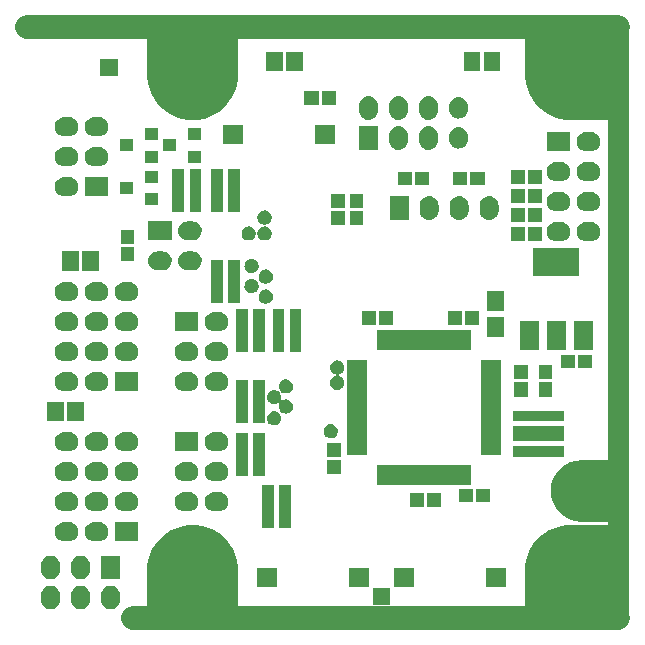
<source format=gts>
G04 #@! TF.FileFunction,Soldermask,Top*
%FSLAX46Y46*%
G04 Gerber Fmt 4.6, Leading zero omitted, Abs format (unit mm)*
G04 Created by KiCad (PCBNEW 4.0.0-rc1-stable) date 2016-02-04 20:23:29*
%MOMM*%
G01*
G04 APERTURE LIST*
%ADD10C,0.100000*%
%ADD11C,1.700000*%
%ADD12C,2.000000*%
%ADD13C,1.800000*%
G04 APERTURE END LIST*
D10*
D11*
X97000000Y-91000000D02*
X100000000Y-91000000D01*
X97000000Y-87500000D02*
X100000000Y-87500000D01*
X67000000Y-54000000D02*
X67000000Y-50000000D01*
X61000000Y-54000000D02*
X61000000Y-50000000D01*
X93000000Y-54000000D02*
X93000000Y-50500000D01*
X96000000Y-57000000D02*
X100000000Y-57000000D01*
X98000000Y-51500000D02*
X99500000Y-51500000D01*
X96000000Y-93000000D02*
X100000000Y-93000000D01*
X99000000Y-95500000D02*
X99000000Y-99000000D01*
X93000000Y-96000000D02*
X93000000Y-99500000D01*
X67000000Y-96000000D02*
X67000000Y-100000000D01*
X61000000Y-96000000D02*
X61000000Y-99500000D01*
D12*
X100000000Y-100000000D02*
X59000000Y-100000000D01*
D13*
X100000000Y-50000000D02*
X100000000Y-100000000D01*
D12*
X50000000Y-50000000D02*
X100000000Y-50000000D01*
D10*
G36*
X64404381Y-92152562D02*
X65143983Y-92304380D01*
X65840015Y-92596964D01*
X66465958Y-93019169D01*
X66997977Y-93554914D01*
X67415798Y-94183786D01*
X67703515Y-94881840D01*
X67850065Y-95621970D01*
X67850065Y-95621977D01*
X67850166Y-95622488D01*
X67838124Y-96484868D01*
X67838008Y-96485378D01*
X67838008Y-96485386D01*
X67670851Y-97221129D01*
X67363755Y-97910879D01*
X66928535Y-98527844D01*
X66381769Y-99048521D01*
X65744276Y-99453086D01*
X65040355Y-99726119D01*
X64296797Y-99857229D01*
X63541934Y-99841417D01*
X62804528Y-99679287D01*
X62112653Y-99377015D01*
X61492660Y-98946109D01*
X60968182Y-98402995D01*
X60559174Y-97768340D01*
X60281234Y-97066342D01*
X60144937Y-96323720D01*
X60155478Y-95568766D01*
X60312457Y-94830243D01*
X60609893Y-94136272D01*
X61036457Y-93513291D01*
X61575901Y-92985028D01*
X62207675Y-92571607D01*
X62907725Y-92288768D01*
X63649380Y-92147290D01*
X64404381Y-92152562D01*
X64404381Y-92152562D01*
G37*
G36*
X96404381Y-92152562D02*
X97143983Y-92304380D01*
X97840015Y-92596964D01*
X98465958Y-93019169D01*
X98997977Y-93554914D01*
X99415798Y-94183786D01*
X99703515Y-94881840D01*
X99850065Y-95621970D01*
X99850065Y-95621977D01*
X99850166Y-95622488D01*
X99838124Y-96484868D01*
X99838008Y-96485378D01*
X99838008Y-96485386D01*
X99670851Y-97221129D01*
X99363755Y-97910879D01*
X98928535Y-98527844D01*
X98381769Y-99048521D01*
X97744276Y-99453086D01*
X97040355Y-99726119D01*
X96296797Y-99857229D01*
X95541934Y-99841417D01*
X94804528Y-99679287D01*
X94112653Y-99377015D01*
X93492660Y-98946109D01*
X92968182Y-98402995D01*
X92559174Y-97768340D01*
X92281234Y-97066342D01*
X92144937Y-96323720D01*
X92155478Y-95568766D01*
X92312457Y-94830243D01*
X92609893Y-94136272D01*
X93036457Y-93513291D01*
X93575901Y-92985028D01*
X94207675Y-92571607D01*
X94907725Y-92288768D01*
X95649380Y-92147290D01*
X96404381Y-92152562D01*
X96404381Y-92152562D01*
G37*
G36*
X54660789Y-97281491D02*
X54660800Y-97281495D01*
X54660862Y-97281501D01*
X54810012Y-97327670D01*
X54947354Y-97401931D01*
X55067657Y-97501454D01*
X55166337Y-97622448D01*
X55239637Y-97760305D01*
X55284764Y-97909774D01*
X55300000Y-98065161D01*
X55300000Y-98474966D01*
X55299944Y-98482959D01*
X55299943Y-98482966D01*
X55299922Y-98486009D01*
X55282518Y-98641168D01*
X55235308Y-98789993D01*
X55160091Y-98926813D01*
X55059731Y-99046417D01*
X54938051Y-99144250D01*
X54799685Y-99216586D01*
X54649905Y-99260669D01*
X54649848Y-99260674D01*
X54649835Y-99260678D01*
X54494418Y-99274822D01*
X54339211Y-99258509D01*
X54339200Y-99258505D01*
X54339138Y-99258499D01*
X54189988Y-99212330D01*
X54052646Y-99138069D01*
X53932343Y-99038546D01*
X53833663Y-98917552D01*
X53760363Y-98779695D01*
X53715236Y-98630226D01*
X53700000Y-98474839D01*
X53700000Y-98065034D01*
X53700056Y-98057041D01*
X53700057Y-98057034D01*
X53700078Y-98053991D01*
X53717482Y-97898832D01*
X53764692Y-97750007D01*
X53839909Y-97613187D01*
X53940269Y-97493583D01*
X54061949Y-97395750D01*
X54200315Y-97323414D01*
X54350095Y-97279331D01*
X54350152Y-97279326D01*
X54350165Y-97279322D01*
X54505582Y-97265178D01*
X54660789Y-97281491D01*
X54660789Y-97281491D01*
G37*
G36*
X52120789Y-97281491D02*
X52120800Y-97281495D01*
X52120862Y-97281501D01*
X52270012Y-97327670D01*
X52407354Y-97401931D01*
X52527657Y-97501454D01*
X52626337Y-97622448D01*
X52699637Y-97760305D01*
X52744764Y-97909774D01*
X52760000Y-98065161D01*
X52760000Y-98474966D01*
X52759944Y-98482959D01*
X52759943Y-98482966D01*
X52759922Y-98486009D01*
X52742518Y-98641168D01*
X52695308Y-98789993D01*
X52620091Y-98926813D01*
X52519731Y-99046417D01*
X52398051Y-99144250D01*
X52259685Y-99216586D01*
X52109905Y-99260669D01*
X52109848Y-99260674D01*
X52109835Y-99260678D01*
X51954418Y-99274822D01*
X51799211Y-99258509D01*
X51799200Y-99258505D01*
X51799138Y-99258499D01*
X51649988Y-99212330D01*
X51512646Y-99138069D01*
X51392343Y-99038546D01*
X51293663Y-98917552D01*
X51220363Y-98779695D01*
X51175236Y-98630226D01*
X51160000Y-98474839D01*
X51160000Y-98065034D01*
X51160056Y-98057041D01*
X51160057Y-98057034D01*
X51160078Y-98053991D01*
X51177482Y-97898832D01*
X51224692Y-97750007D01*
X51299909Y-97613187D01*
X51400269Y-97493583D01*
X51521949Y-97395750D01*
X51660315Y-97323414D01*
X51810095Y-97279331D01*
X51810152Y-97279326D01*
X51810165Y-97279322D01*
X51965582Y-97265178D01*
X52120789Y-97281491D01*
X52120789Y-97281491D01*
G37*
G36*
X57200789Y-97281491D02*
X57200800Y-97281495D01*
X57200862Y-97281501D01*
X57350012Y-97327670D01*
X57487354Y-97401931D01*
X57607657Y-97501454D01*
X57706337Y-97622448D01*
X57779637Y-97760305D01*
X57824764Y-97909774D01*
X57840000Y-98065161D01*
X57840000Y-98474966D01*
X57839944Y-98482959D01*
X57839943Y-98482966D01*
X57839922Y-98486009D01*
X57822518Y-98641168D01*
X57775308Y-98789993D01*
X57700091Y-98926813D01*
X57599731Y-99046417D01*
X57478051Y-99144250D01*
X57339685Y-99216586D01*
X57189905Y-99260669D01*
X57189848Y-99260674D01*
X57189835Y-99260678D01*
X57034418Y-99274822D01*
X56879211Y-99258509D01*
X56879200Y-99258505D01*
X56879138Y-99258499D01*
X56729988Y-99212330D01*
X56592646Y-99138069D01*
X56472343Y-99038546D01*
X56373663Y-98917552D01*
X56300363Y-98779695D01*
X56255236Y-98630226D01*
X56240000Y-98474839D01*
X56240000Y-98065034D01*
X56240056Y-98057041D01*
X56240057Y-98057034D01*
X56240078Y-98053991D01*
X56257482Y-97898832D01*
X56304692Y-97750007D01*
X56379909Y-97613187D01*
X56480269Y-97493583D01*
X56601949Y-97395750D01*
X56740315Y-97323414D01*
X56890095Y-97279331D01*
X56890152Y-97279326D01*
X56890165Y-97279322D01*
X57045582Y-97265178D01*
X57200789Y-97281491D01*
X57200789Y-97281491D01*
G37*
G36*
X80750000Y-98950000D02*
X79250000Y-98950000D01*
X79250000Y-97450000D01*
X80750000Y-97450000D01*
X80750000Y-98950000D01*
X80750000Y-98950000D01*
G37*
G36*
X90550000Y-97400000D02*
X88850000Y-97400000D01*
X88850000Y-95800000D01*
X90550000Y-95800000D01*
X90550000Y-97400000D01*
X90550000Y-97400000D01*
G37*
G36*
X71150000Y-97400000D02*
X69450000Y-97400000D01*
X69450000Y-95800000D01*
X71150000Y-95800000D01*
X71150000Y-97400000D01*
X71150000Y-97400000D01*
G37*
G36*
X78950000Y-97400000D02*
X77250000Y-97400000D01*
X77250000Y-95800000D01*
X78950000Y-95800000D01*
X78950000Y-97400000D01*
X78950000Y-97400000D01*
G37*
G36*
X82750000Y-97400000D02*
X81050000Y-97400000D01*
X81050000Y-95800000D01*
X82750000Y-95800000D01*
X82750000Y-97400000D01*
X82750000Y-97400000D01*
G37*
G36*
X52120789Y-94741491D02*
X52120800Y-94741495D01*
X52120862Y-94741501D01*
X52270012Y-94787670D01*
X52407354Y-94861931D01*
X52527657Y-94961454D01*
X52626337Y-95082448D01*
X52699637Y-95220305D01*
X52744764Y-95369774D01*
X52760000Y-95525161D01*
X52760000Y-95934966D01*
X52759944Y-95942959D01*
X52759943Y-95942966D01*
X52759922Y-95946009D01*
X52742518Y-96101168D01*
X52695308Y-96249993D01*
X52620091Y-96386813D01*
X52519731Y-96506417D01*
X52398051Y-96604250D01*
X52259685Y-96676586D01*
X52109905Y-96720669D01*
X52109848Y-96720674D01*
X52109835Y-96720678D01*
X51954418Y-96734822D01*
X51799211Y-96718509D01*
X51799200Y-96718505D01*
X51799138Y-96718499D01*
X51649988Y-96672330D01*
X51512646Y-96598069D01*
X51392343Y-96498546D01*
X51293663Y-96377552D01*
X51220363Y-96239695D01*
X51175236Y-96090226D01*
X51160000Y-95934839D01*
X51160000Y-95525034D01*
X51160056Y-95517041D01*
X51160057Y-95517034D01*
X51160078Y-95513991D01*
X51177482Y-95358832D01*
X51224692Y-95210007D01*
X51299909Y-95073187D01*
X51400269Y-94953583D01*
X51521949Y-94855750D01*
X51660315Y-94783414D01*
X51810095Y-94739331D01*
X51810152Y-94739326D01*
X51810165Y-94739322D01*
X51965582Y-94725178D01*
X52120789Y-94741491D01*
X52120789Y-94741491D01*
G37*
G36*
X54660789Y-94741491D02*
X54660800Y-94741495D01*
X54660862Y-94741501D01*
X54810012Y-94787670D01*
X54947354Y-94861931D01*
X55067657Y-94961454D01*
X55166337Y-95082448D01*
X55239637Y-95220305D01*
X55284764Y-95369774D01*
X55300000Y-95525161D01*
X55300000Y-95934966D01*
X55299944Y-95942959D01*
X55299943Y-95942966D01*
X55299922Y-95946009D01*
X55282518Y-96101168D01*
X55235308Y-96249993D01*
X55160091Y-96386813D01*
X55059731Y-96506417D01*
X54938051Y-96604250D01*
X54799685Y-96676586D01*
X54649905Y-96720669D01*
X54649848Y-96720674D01*
X54649835Y-96720678D01*
X54494418Y-96734822D01*
X54339211Y-96718509D01*
X54339200Y-96718505D01*
X54339138Y-96718499D01*
X54189988Y-96672330D01*
X54052646Y-96598069D01*
X53932343Y-96498546D01*
X53833663Y-96377552D01*
X53760363Y-96239695D01*
X53715236Y-96090226D01*
X53700000Y-95934839D01*
X53700000Y-95525034D01*
X53700056Y-95517041D01*
X53700057Y-95517034D01*
X53700078Y-95513991D01*
X53717482Y-95358832D01*
X53764692Y-95210007D01*
X53839909Y-95073187D01*
X53940269Y-94953583D01*
X54061949Y-94855750D01*
X54200315Y-94783414D01*
X54350095Y-94739331D01*
X54350152Y-94739326D01*
X54350165Y-94739322D01*
X54505582Y-94725178D01*
X54660789Y-94741491D01*
X54660789Y-94741491D01*
G37*
G36*
X57840000Y-96730000D02*
X56240000Y-96730000D01*
X56240000Y-94730000D01*
X57840000Y-94730000D01*
X57840000Y-96730000D01*
X57840000Y-96730000D01*
G37*
G36*
X53552959Y-91910056D02*
X53552966Y-91910057D01*
X53556009Y-91910078D01*
X53711168Y-91927482D01*
X53859993Y-91974692D01*
X53996813Y-92049909D01*
X54116417Y-92150269D01*
X54214250Y-92271949D01*
X54286586Y-92410315D01*
X54330669Y-92560095D01*
X54330674Y-92560152D01*
X54330678Y-92560165D01*
X54344822Y-92715582D01*
X54328509Y-92870789D01*
X54328505Y-92870800D01*
X54328499Y-92870862D01*
X54282330Y-93020012D01*
X54208069Y-93157354D01*
X54108546Y-93277657D01*
X53987552Y-93376337D01*
X53849695Y-93449637D01*
X53700226Y-93494764D01*
X53544839Y-93510000D01*
X53135034Y-93510000D01*
X53127041Y-93509944D01*
X53127034Y-93509943D01*
X53123991Y-93509922D01*
X52968832Y-93492518D01*
X52820007Y-93445308D01*
X52683187Y-93370091D01*
X52563583Y-93269731D01*
X52465750Y-93148051D01*
X52393414Y-93009685D01*
X52349331Y-92859905D01*
X52349326Y-92859848D01*
X52349322Y-92859835D01*
X52335178Y-92704418D01*
X52351491Y-92549211D01*
X52351495Y-92549200D01*
X52351501Y-92549138D01*
X52397670Y-92399988D01*
X52471931Y-92262646D01*
X52571454Y-92142343D01*
X52692448Y-92043663D01*
X52830305Y-91970363D01*
X52979774Y-91925236D01*
X53135161Y-91910000D01*
X53544966Y-91910000D01*
X53552959Y-91910056D01*
X53552959Y-91910056D01*
G37*
G36*
X59420000Y-93510000D02*
X57420000Y-93510000D01*
X57420000Y-91910000D01*
X59420000Y-91910000D01*
X59420000Y-93510000D01*
X59420000Y-93510000D01*
G37*
G36*
X56092959Y-91910056D02*
X56092966Y-91910057D01*
X56096009Y-91910078D01*
X56251168Y-91927482D01*
X56399993Y-91974692D01*
X56536813Y-92049909D01*
X56656417Y-92150269D01*
X56754250Y-92271949D01*
X56826586Y-92410315D01*
X56870669Y-92560095D01*
X56870674Y-92560152D01*
X56870678Y-92560165D01*
X56884822Y-92715582D01*
X56868509Y-92870789D01*
X56868505Y-92870800D01*
X56868499Y-92870862D01*
X56822330Y-93020012D01*
X56748069Y-93157354D01*
X56648546Y-93277657D01*
X56527552Y-93376337D01*
X56389695Y-93449637D01*
X56240226Y-93494764D01*
X56084839Y-93510000D01*
X55675034Y-93510000D01*
X55667041Y-93509944D01*
X55667034Y-93509943D01*
X55663991Y-93509922D01*
X55508832Y-93492518D01*
X55360007Y-93445308D01*
X55223187Y-93370091D01*
X55103583Y-93269731D01*
X55005750Y-93148051D01*
X54933414Y-93009685D01*
X54889331Y-92859905D01*
X54889326Y-92859848D01*
X54889322Y-92859835D01*
X54875178Y-92704418D01*
X54891491Y-92549211D01*
X54891495Y-92549200D01*
X54891501Y-92549138D01*
X54937670Y-92399988D01*
X55011931Y-92262646D01*
X55111454Y-92142343D01*
X55232448Y-92043663D01*
X55370305Y-91970363D01*
X55519774Y-91925236D01*
X55675161Y-91910000D01*
X56084966Y-91910000D01*
X56092959Y-91910056D01*
X56092959Y-91910056D01*
G37*
G36*
X72325000Y-92425000D02*
X71325000Y-92425000D01*
X71325000Y-88775000D01*
X72325000Y-88775000D01*
X72325000Y-92425000D01*
X72325000Y-92425000D01*
G37*
G36*
X70875000Y-92425000D02*
X69875000Y-92425000D01*
X69875000Y-88775000D01*
X70875000Y-88775000D01*
X70875000Y-92425000D01*
X70875000Y-92425000D01*
G37*
G36*
X96995832Y-86650231D02*
X96995839Y-86650232D01*
X96998882Y-86650253D01*
X97503150Y-86706816D01*
X97986829Y-86860248D01*
X98431494Y-87104705D01*
X98820209Y-87430875D01*
X99138167Y-87826336D01*
X99373258Y-88276023D01*
X99516527Y-88762809D01*
X99516532Y-88762863D01*
X99516537Y-88762880D01*
X99562520Y-89268148D01*
X99509487Y-89772729D01*
X99509482Y-89772745D01*
X99509476Y-89772803D01*
X99359424Y-90257541D01*
X99118078Y-90703902D01*
X98794629Y-91094884D01*
X98401398Y-91415595D01*
X97953363Y-91653820D01*
X97467589Y-91800483D01*
X96962580Y-91850000D01*
X96937295Y-91850000D01*
X96904168Y-91849769D01*
X96904161Y-91849768D01*
X96901118Y-91849747D01*
X96396850Y-91793184D01*
X95913171Y-91639752D01*
X95468506Y-91395295D01*
X95079791Y-91069125D01*
X94761833Y-90673664D01*
X94526742Y-90223977D01*
X94383473Y-89737191D01*
X94383468Y-89737137D01*
X94383463Y-89737120D01*
X94337480Y-89231852D01*
X94390513Y-88727271D01*
X94390518Y-88727255D01*
X94390524Y-88727197D01*
X94540576Y-88242459D01*
X94781922Y-87796098D01*
X95105371Y-87405116D01*
X95498602Y-87084405D01*
X95946637Y-86846180D01*
X96432411Y-86699517D01*
X96937420Y-86650000D01*
X96962705Y-86650000D01*
X96995832Y-86650231D01*
X96995832Y-86650231D01*
G37*
G36*
X66252959Y-89370056D02*
X66252966Y-89370057D01*
X66256009Y-89370078D01*
X66411168Y-89387482D01*
X66559993Y-89434692D01*
X66696813Y-89509909D01*
X66816417Y-89610269D01*
X66914250Y-89731949D01*
X66986586Y-89870315D01*
X67030669Y-90020095D01*
X67030674Y-90020152D01*
X67030678Y-90020165D01*
X67044822Y-90175582D01*
X67028509Y-90330789D01*
X67028505Y-90330800D01*
X67028499Y-90330862D01*
X66982330Y-90480012D01*
X66908069Y-90617354D01*
X66808546Y-90737657D01*
X66687552Y-90836337D01*
X66549695Y-90909637D01*
X66400226Y-90954764D01*
X66244839Y-90970000D01*
X65835034Y-90970000D01*
X65827041Y-90969944D01*
X65827034Y-90969943D01*
X65823991Y-90969922D01*
X65668832Y-90952518D01*
X65520007Y-90905308D01*
X65383187Y-90830091D01*
X65263583Y-90729731D01*
X65165750Y-90608051D01*
X65093414Y-90469685D01*
X65049331Y-90319905D01*
X65049326Y-90319848D01*
X65049322Y-90319835D01*
X65035178Y-90164418D01*
X65051491Y-90009211D01*
X65051495Y-90009200D01*
X65051501Y-90009138D01*
X65097670Y-89859988D01*
X65171931Y-89722646D01*
X65271454Y-89602343D01*
X65392448Y-89503663D01*
X65530305Y-89430363D01*
X65679774Y-89385236D01*
X65835161Y-89370000D01*
X66244966Y-89370000D01*
X66252959Y-89370056D01*
X66252959Y-89370056D01*
G37*
G36*
X63712959Y-89370056D02*
X63712966Y-89370057D01*
X63716009Y-89370078D01*
X63871168Y-89387482D01*
X64019993Y-89434692D01*
X64156813Y-89509909D01*
X64276417Y-89610269D01*
X64374250Y-89731949D01*
X64446586Y-89870315D01*
X64490669Y-90020095D01*
X64490674Y-90020152D01*
X64490678Y-90020165D01*
X64504822Y-90175582D01*
X64488509Y-90330789D01*
X64488505Y-90330800D01*
X64488499Y-90330862D01*
X64442330Y-90480012D01*
X64368069Y-90617354D01*
X64268546Y-90737657D01*
X64147552Y-90836337D01*
X64009695Y-90909637D01*
X63860226Y-90954764D01*
X63704839Y-90970000D01*
X63295034Y-90970000D01*
X63287041Y-90969944D01*
X63287034Y-90969943D01*
X63283991Y-90969922D01*
X63128832Y-90952518D01*
X62980007Y-90905308D01*
X62843187Y-90830091D01*
X62723583Y-90729731D01*
X62625750Y-90608051D01*
X62553414Y-90469685D01*
X62509331Y-90319905D01*
X62509326Y-90319848D01*
X62509322Y-90319835D01*
X62495178Y-90164418D01*
X62511491Y-90009211D01*
X62511495Y-90009200D01*
X62511501Y-90009138D01*
X62557670Y-89859988D01*
X62631931Y-89722646D01*
X62731454Y-89602343D01*
X62852448Y-89503663D01*
X62990305Y-89430363D01*
X63139774Y-89385236D01*
X63295161Y-89370000D01*
X63704966Y-89370000D01*
X63712959Y-89370056D01*
X63712959Y-89370056D01*
G37*
G36*
X58632959Y-89370056D02*
X58632966Y-89370057D01*
X58636009Y-89370078D01*
X58791168Y-89387482D01*
X58939993Y-89434692D01*
X59076813Y-89509909D01*
X59196417Y-89610269D01*
X59294250Y-89731949D01*
X59366586Y-89870315D01*
X59410669Y-90020095D01*
X59410674Y-90020152D01*
X59410678Y-90020165D01*
X59424822Y-90175582D01*
X59408509Y-90330789D01*
X59408505Y-90330800D01*
X59408499Y-90330862D01*
X59362330Y-90480012D01*
X59288069Y-90617354D01*
X59188546Y-90737657D01*
X59067552Y-90836337D01*
X58929695Y-90909637D01*
X58780226Y-90954764D01*
X58624839Y-90970000D01*
X58215034Y-90970000D01*
X58207041Y-90969944D01*
X58207034Y-90969943D01*
X58203991Y-90969922D01*
X58048832Y-90952518D01*
X57900007Y-90905308D01*
X57763187Y-90830091D01*
X57643583Y-90729731D01*
X57545750Y-90608051D01*
X57473414Y-90469685D01*
X57429331Y-90319905D01*
X57429326Y-90319848D01*
X57429322Y-90319835D01*
X57415178Y-90164418D01*
X57431491Y-90009211D01*
X57431495Y-90009200D01*
X57431501Y-90009138D01*
X57477670Y-89859988D01*
X57551931Y-89722646D01*
X57651454Y-89602343D01*
X57772448Y-89503663D01*
X57910305Y-89430363D01*
X58059774Y-89385236D01*
X58215161Y-89370000D01*
X58624966Y-89370000D01*
X58632959Y-89370056D01*
X58632959Y-89370056D01*
G37*
G36*
X53552959Y-89370056D02*
X53552966Y-89370057D01*
X53556009Y-89370078D01*
X53711168Y-89387482D01*
X53859993Y-89434692D01*
X53996813Y-89509909D01*
X54116417Y-89610269D01*
X54214250Y-89731949D01*
X54286586Y-89870315D01*
X54330669Y-90020095D01*
X54330674Y-90020152D01*
X54330678Y-90020165D01*
X54344822Y-90175582D01*
X54328509Y-90330789D01*
X54328505Y-90330800D01*
X54328499Y-90330862D01*
X54282330Y-90480012D01*
X54208069Y-90617354D01*
X54108546Y-90737657D01*
X53987552Y-90836337D01*
X53849695Y-90909637D01*
X53700226Y-90954764D01*
X53544839Y-90970000D01*
X53135034Y-90970000D01*
X53127041Y-90969944D01*
X53127034Y-90969943D01*
X53123991Y-90969922D01*
X52968832Y-90952518D01*
X52820007Y-90905308D01*
X52683187Y-90830091D01*
X52563583Y-90729731D01*
X52465750Y-90608051D01*
X52393414Y-90469685D01*
X52349331Y-90319905D01*
X52349326Y-90319848D01*
X52349322Y-90319835D01*
X52335178Y-90164418D01*
X52351491Y-90009211D01*
X52351495Y-90009200D01*
X52351501Y-90009138D01*
X52397670Y-89859988D01*
X52471931Y-89722646D01*
X52571454Y-89602343D01*
X52692448Y-89503663D01*
X52830305Y-89430363D01*
X52979774Y-89385236D01*
X53135161Y-89370000D01*
X53544966Y-89370000D01*
X53552959Y-89370056D01*
X53552959Y-89370056D01*
G37*
G36*
X56092959Y-89370056D02*
X56092966Y-89370057D01*
X56096009Y-89370078D01*
X56251168Y-89387482D01*
X56399993Y-89434692D01*
X56536813Y-89509909D01*
X56656417Y-89610269D01*
X56754250Y-89731949D01*
X56826586Y-89870315D01*
X56870669Y-90020095D01*
X56870674Y-90020152D01*
X56870678Y-90020165D01*
X56884822Y-90175582D01*
X56868509Y-90330789D01*
X56868505Y-90330800D01*
X56868499Y-90330862D01*
X56822330Y-90480012D01*
X56748069Y-90617354D01*
X56648546Y-90737657D01*
X56527552Y-90836337D01*
X56389695Y-90909637D01*
X56240226Y-90954764D01*
X56084839Y-90970000D01*
X55675034Y-90970000D01*
X55667041Y-90969944D01*
X55667034Y-90969943D01*
X55663991Y-90969922D01*
X55508832Y-90952518D01*
X55360007Y-90905308D01*
X55223187Y-90830091D01*
X55103583Y-90729731D01*
X55005750Y-90608051D01*
X54933414Y-90469685D01*
X54889331Y-90319905D01*
X54889326Y-90319848D01*
X54889322Y-90319835D01*
X54875178Y-90164418D01*
X54891491Y-90009211D01*
X54891495Y-90009200D01*
X54891501Y-90009138D01*
X54937670Y-89859988D01*
X55011931Y-89722646D01*
X55111454Y-89602343D01*
X55232448Y-89503663D01*
X55370305Y-89430363D01*
X55519774Y-89385236D01*
X55675161Y-89370000D01*
X56084966Y-89370000D01*
X56092959Y-89370056D01*
X56092959Y-89370056D01*
G37*
G36*
X85075000Y-90575000D02*
X83875000Y-90575000D01*
X83875000Y-89425000D01*
X85075000Y-89425000D01*
X85075000Y-90575000D01*
X85075000Y-90575000D01*
G37*
G36*
X83625000Y-90575000D02*
X82425000Y-90575000D01*
X82425000Y-89425000D01*
X83625000Y-89425000D01*
X83625000Y-90575000D01*
X83625000Y-90575000D01*
G37*
G36*
X87775000Y-90225000D02*
X86575000Y-90225000D01*
X86575000Y-89075000D01*
X87775000Y-89075000D01*
X87775000Y-90225000D01*
X87775000Y-90225000D01*
G37*
G36*
X89225000Y-90225000D02*
X88025000Y-90225000D01*
X88025000Y-89075000D01*
X89225000Y-89075000D01*
X89225000Y-90225000D01*
X89225000Y-90225000D01*
G37*
G36*
X87600000Y-88750000D02*
X79600000Y-88750000D01*
X79600000Y-87050000D01*
X87600000Y-87050000D01*
X87600000Y-88750000D01*
X87600000Y-88750000D01*
G37*
G36*
X58632959Y-86830056D02*
X58632966Y-86830057D01*
X58636009Y-86830078D01*
X58791168Y-86847482D01*
X58939993Y-86894692D01*
X59076813Y-86969909D01*
X59196417Y-87070269D01*
X59294250Y-87191949D01*
X59366586Y-87330315D01*
X59410669Y-87480095D01*
X59410674Y-87480152D01*
X59410678Y-87480165D01*
X59424822Y-87635582D01*
X59408509Y-87790789D01*
X59408505Y-87790800D01*
X59408499Y-87790862D01*
X59362330Y-87940012D01*
X59288069Y-88077354D01*
X59188546Y-88197657D01*
X59067552Y-88296337D01*
X58929695Y-88369637D01*
X58780226Y-88414764D01*
X58624839Y-88430000D01*
X58215034Y-88430000D01*
X58207041Y-88429944D01*
X58207034Y-88429943D01*
X58203991Y-88429922D01*
X58048832Y-88412518D01*
X57900007Y-88365308D01*
X57763187Y-88290091D01*
X57643583Y-88189731D01*
X57545750Y-88068051D01*
X57473414Y-87929685D01*
X57429331Y-87779905D01*
X57429326Y-87779848D01*
X57429322Y-87779835D01*
X57415178Y-87624418D01*
X57431491Y-87469211D01*
X57431495Y-87469200D01*
X57431501Y-87469138D01*
X57477670Y-87319988D01*
X57551931Y-87182646D01*
X57651454Y-87062343D01*
X57772448Y-86963663D01*
X57910305Y-86890363D01*
X58059774Y-86845236D01*
X58215161Y-86830000D01*
X58624966Y-86830000D01*
X58632959Y-86830056D01*
X58632959Y-86830056D01*
G37*
G36*
X53552959Y-86830056D02*
X53552966Y-86830057D01*
X53556009Y-86830078D01*
X53711168Y-86847482D01*
X53859993Y-86894692D01*
X53996813Y-86969909D01*
X54116417Y-87070269D01*
X54214250Y-87191949D01*
X54286586Y-87330315D01*
X54330669Y-87480095D01*
X54330674Y-87480152D01*
X54330678Y-87480165D01*
X54344822Y-87635582D01*
X54328509Y-87790789D01*
X54328505Y-87790800D01*
X54328499Y-87790862D01*
X54282330Y-87940012D01*
X54208069Y-88077354D01*
X54108546Y-88197657D01*
X53987552Y-88296337D01*
X53849695Y-88369637D01*
X53700226Y-88414764D01*
X53544839Y-88430000D01*
X53135034Y-88430000D01*
X53127041Y-88429944D01*
X53127034Y-88429943D01*
X53123991Y-88429922D01*
X52968832Y-88412518D01*
X52820007Y-88365308D01*
X52683187Y-88290091D01*
X52563583Y-88189731D01*
X52465750Y-88068051D01*
X52393414Y-87929685D01*
X52349331Y-87779905D01*
X52349326Y-87779848D01*
X52349322Y-87779835D01*
X52335178Y-87624418D01*
X52351491Y-87469211D01*
X52351495Y-87469200D01*
X52351501Y-87469138D01*
X52397670Y-87319988D01*
X52471931Y-87182646D01*
X52571454Y-87062343D01*
X52692448Y-86963663D01*
X52830305Y-86890363D01*
X52979774Y-86845236D01*
X53135161Y-86830000D01*
X53544966Y-86830000D01*
X53552959Y-86830056D01*
X53552959Y-86830056D01*
G37*
G36*
X63712959Y-86830056D02*
X63712966Y-86830057D01*
X63716009Y-86830078D01*
X63871168Y-86847482D01*
X64019993Y-86894692D01*
X64156813Y-86969909D01*
X64276417Y-87070269D01*
X64374250Y-87191949D01*
X64446586Y-87330315D01*
X64490669Y-87480095D01*
X64490674Y-87480152D01*
X64490678Y-87480165D01*
X64504822Y-87635582D01*
X64488509Y-87790789D01*
X64488505Y-87790800D01*
X64488499Y-87790862D01*
X64442330Y-87940012D01*
X64368069Y-88077354D01*
X64268546Y-88197657D01*
X64147552Y-88296337D01*
X64009695Y-88369637D01*
X63860226Y-88414764D01*
X63704839Y-88430000D01*
X63295034Y-88430000D01*
X63287041Y-88429944D01*
X63287034Y-88429943D01*
X63283991Y-88429922D01*
X63128832Y-88412518D01*
X62980007Y-88365308D01*
X62843187Y-88290091D01*
X62723583Y-88189731D01*
X62625750Y-88068051D01*
X62553414Y-87929685D01*
X62509331Y-87779905D01*
X62509326Y-87779848D01*
X62509322Y-87779835D01*
X62495178Y-87624418D01*
X62511491Y-87469211D01*
X62511495Y-87469200D01*
X62511501Y-87469138D01*
X62557670Y-87319988D01*
X62631931Y-87182646D01*
X62731454Y-87062343D01*
X62852448Y-86963663D01*
X62990305Y-86890363D01*
X63139774Y-86845236D01*
X63295161Y-86830000D01*
X63704966Y-86830000D01*
X63712959Y-86830056D01*
X63712959Y-86830056D01*
G37*
G36*
X66252959Y-86830056D02*
X66252966Y-86830057D01*
X66256009Y-86830078D01*
X66411168Y-86847482D01*
X66559993Y-86894692D01*
X66696813Y-86969909D01*
X66816417Y-87070269D01*
X66914250Y-87191949D01*
X66986586Y-87330315D01*
X67030669Y-87480095D01*
X67030674Y-87480152D01*
X67030678Y-87480165D01*
X67044822Y-87635582D01*
X67028509Y-87790789D01*
X67028505Y-87790800D01*
X67028499Y-87790862D01*
X66982330Y-87940012D01*
X66908069Y-88077354D01*
X66808546Y-88197657D01*
X66687552Y-88296337D01*
X66549695Y-88369637D01*
X66400226Y-88414764D01*
X66244839Y-88430000D01*
X65835034Y-88430000D01*
X65827041Y-88429944D01*
X65827034Y-88429943D01*
X65823991Y-88429922D01*
X65668832Y-88412518D01*
X65520007Y-88365308D01*
X65383187Y-88290091D01*
X65263583Y-88189731D01*
X65165750Y-88068051D01*
X65093414Y-87929685D01*
X65049331Y-87779905D01*
X65049326Y-87779848D01*
X65049322Y-87779835D01*
X65035178Y-87624418D01*
X65051491Y-87469211D01*
X65051495Y-87469200D01*
X65051501Y-87469138D01*
X65097670Y-87319988D01*
X65171931Y-87182646D01*
X65271454Y-87062343D01*
X65392448Y-86963663D01*
X65530305Y-86890363D01*
X65679774Y-86845236D01*
X65835161Y-86830000D01*
X66244966Y-86830000D01*
X66252959Y-86830056D01*
X66252959Y-86830056D01*
G37*
G36*
X56092959Y-86830056D02*
X56092966Y-86830057D01*
X56096009Y-86830078D01*
X56251168Y-86847482D01*
X56399993Y-86894692D01*
X56536813Y-86969909D01*
X56656417Y-87070269D01*
X56754250Y-87191949D01*
X56826586Y-87330315D01*
X56870669Y-87480095D01*
X56870674Y-87480152D01*
X56870678Y-87480165D01*
X56884822Y-87635582D01*
X56868509Y-87790789D01*
X56868505Y-87790800D01*
X56868499Y-87790862D01*
X56822330Y-87940012D01*
X56748069Y-88077354D01*
X56648546Y-88197657D01*
X56527552Y-88296337D01*
X56389695Y-88369637D01*
X56240226Y-88414764D01*
X56084839Y-88430000D01*
X55675034Y-88430000D01*
X55667041Y-88429944D01*
X55667034Y-88429943D01*
X55663991Y-88429922D01*
X55508832Y-88412518D01*
X55360007Y-88365308D01*
X55223187Y-88290091D01*
X55103583Y-88189731D01*
X55005750Y-88068051D01*
X54933414Y-87929685D01*
X54889331Y-87779905D01*
X54889326Y-87779848D01*
X54889322Y-87779835D01*
X54875178Y-87624418D01*
X54891491Y-87469211D01*
X54891495Y-87469200D01*
X54891501Y-87469138D01*
X54937670Y-87319988D01*
X55011931Y-87182646D01*
X55111454Y-87062343D01*
X55232448Y-86963663D01*
X55370305Y-86890363D01*
X55519774Y-86845236D01*
X55675161Y-86830000D01*
X56084966Y-86830000D01*
X56092959Y-86830056D01*
X56092959Y-86830056D01*
G37*
G36*
X70125000Y-88025000D02*
X69125000Y-88025000D01*
X69125000Y-84375000D01*
X70125000Y-84375000D01*
X70125000Y-88025000D01*
X70125000Y-88025000D01*
G37*
G36*
X68675000Y-88025000D02*
X67675000Y-88025000D01*
X67675000Y-84375000D01*
X68675000Y-84375000D01*
X68675000Y-88025000D01*
X68675000Y-88025000D01*
G37*
G36*
X76575000Y-87825000D02*
X75425000Y-87825000D01*
X75425000Y-86625000D01*
X76575000Y-86625000D01*
X76575000Y-87825000D01*
X76575000Y-87825000D01*
G37*
G36*
X76575000Y-86375000D02*
X75425000Y-86375000D01*
X75425000Y-85175000D01*
X76575000Y-85175000D01*
X76575000Y-86375000D01*
X76575000Y-86375000D01*
G37*
G36*
X95450000Y-86350000D02*
X91150000Y-86350000D01*
X91150000Y-85450000D01*
X95450000Y-85450000D01*
X95450000Y-86350000D01*
X95450000Y-86350000D01*
G37*
G36*
X78750000Y-86200000D02*
X77050000Y-86200000D01*
X77050000Y-78200000D01*
X78750000Y-78200000D01*
X78750000Y-86200000D01*
X78750000Y-86200000D01*
G37*
G36*
X90150000Y-86200000D02*
X88450000Y-86200000D01*
X88450000Y-78200000D01*
X90150000Y-78200000D01*
X90150000Y-86200000D01*
X90150000Y-86200000D01*
G37*
G36*
X53552959Y-84290056D02*
X53552966Y-84290057D01*
X53556009Y-84290078D01*
X53711168Y-84307482D01*
X53859993Y-84354692D01*
X53996813Y-84429909D01*
X54116417Y-84530269D01*
X54214250Y-84651949D01*
X54286586Y-84790315D01*
X54330669Y-84940095D01*
X54330674Y-84940152D01*
X54330678Y-84940165D01*
X54344822Y-85095582D01*
X54328509Y-85250789D01*
X54328505Y-85250800D01*
X54328499Y-85250862D01*
X54282330Y-85400012D01*
X54208069Y-85537354D01*
X54108546Y-85657657D01*
X53987552Y-85756337D01*
X53849695Y-85829637D01*
X53700226Y-85874764D01*
X53544839Y-85890000D01*
X53135034Y-85890000D01*
X53127041Y-85889944D01*
X53127034Y-85889943D01*
X53123991Y-85889922D01*
X52968832Y-85872518D01*
X52820007Y-85825308D01*
X52683187Y-85750091D01*
X52563583Y-85649731D01*
X52465750Y-85528051D01*
X52393414Y-85389685D01*
X52349331Y-85239905D01*
X52349326Y-85239848D01*
X52349322Y-85239835D01*
X52335178Y-85084418D01*
X52351491Y-84929211D01*
X52351495Y-84929200D01*
X52351501Y-84929138D01*
X52397670Y-84779988D01*
X52471931Y-84642646D01*
X52571454Y-84522343D01*
X52692448Y-84423663D01*
X52830305Y-84350363D01*
X52979774Y-84305236D01*
X53135161Y-84290000D01*
X53544966Y-84290000D01*
X53552959Y-84290056D01*
X53552959Y-84290056D01*
G37*
G36*
X56092959Y-84290056D02*
X56092966Y-84290057D01*
X56096009Y-84290078D01*
X56251168Y-84307482D01*
X56399993Y-84354692D01*
X56536813Y-84429909D01*
X56656417Y-84530269D01*
X56754250Y-84651949D01*
X56826586Y-84790315D01*
X56870669Y-84940095D01*
X56870674Y-84940152D01*
X56870678Y-84940165D01*
X56884822Y-85095582D01*
X56868509Y-85250789D01*
X56868505Y-85250800D01*
X56868499Y-85250862D01*
X56822330Y-85400012D01*
X56748069Y-85537354D01*
X56648546Y-85657657D01*
X56527552Y-85756337D01*
X56389695Y-85829637D01*
X56240226Y-85874764D01*
X56084839Y-85890000D01*
X55675034Y-85890000D01*
X55667041Y-85889944D01*
X55667034Y-85889943D01*
X55663991Y-85889922D01*
X55508832Y-85872518D01*
X55360007Y-85825308D01*
X55223187Y-85750091D01*
X55103583Y-85649731D01*
X55005750Y-85528051D01*
X54933414Y-85389685D01*
X54889331Y-85239905D01*
X54889326Y-85239848D01*
X54889322Y-85239835D01*
X54875178Y-85084418D01*
X54891491Y-84929211D01*
X54891495Y-84929200D01*
X54891501Y-84929138D01*
X54937670Y-84779988D01*
X55011931Y-84642646D01*
X55111454Y-84522343D01*
X55232448Y-84423663D01*
X55370305Y-84350363D01*
X55519774Y-84305236D01*
X55675161Y-84290000D01*
X56084966Y-84290000D01*
X56092959Y-84290056D01*
X56092959Y-84290056D01*
G37*
G36*
X58632959Y-84290056D02*
X58632966Y-84290057D01*
X58636009Y-84290078D01*
X58791168Y-84307482D01*
X58939993Y-84354692D01*
X59076813Y-84429909D01*
X59196417Y-84530269D01*
X59294250Y-84651949D01*
X59366586Y-84790315D01*
X59410669Y-84940095D01*
X59410674Y-84940152D01*
X59410678Y-84940165D01*
X59424822Y-85095582D01*
X59408509Y-85250789D01*
X59408505Y-85250800D01*
X59408499Y-85250862D01*
X59362330Y-85400012D01*
X59288069Y-85537354D01*
X59188546Y-85657657D01*
X59067552Y-85756337D01*
X58929695Y-85829637D01*
X58780226Y-85874764D01*
X58624839Y-85890000D01*
X58215034Y-85890000D01*
X58207041Y-85889944D01*
X58207034Y-85889943D01*
X58203991Y-85889922D01*
X58048832Y-85872518D01*
X57900007Y-85825308D01*
X57763187Y-85750091D01*
X57643583Y-85649731D01*
X57545750Y-85528051D01*
X57473414Y-85389685D01*
X57429331Y-85239905D01*
X57429326Y-85239848D01*
X57429322Y-85239835D01*
X57415178Y-85084418D01*
X57431491Y-84929211D01*
X57431495Y-84929200D01*
X57431501Y-84929138D01*
X57477670Y-84779988D01*
X57551931Y-84642646D01*
X57651454Y-84522343D01*
X57772448Y-84423663D01*
X57910305Y-84350363D01*
X58059774Y-84305236D01*
X58215161Y-84290000D01*
X58624966Y-84290000D01*
X58632959Y-84290056D01*
X58632959Y-84290056D01*
G37*
G36*
X66252959Y-84290056D02*
X66252966Y-84290057D01*
X66256009Y-84290078D01*
X66411168Y-84307482D01*
X66559993Y-84354692D01*
X66696813Y-84429909D01*
X66816417Y-84530269D01*
X66914250Y-84651949D01*
X66986586Y-84790315D01*
X67030669Y-84940095D01*
X67030674Y-84940152D01*
X67030678Y-84940165D01*
X67044822Y-85095582D01*
X67028509Y-85250789D01*
X67028505Y-85250800D01*
X67028499Y-85250862D01*
X66982330Y-85400012D01*
X66908069Y-85537354D01*
X66808546Y-85657657D01*
X66687552Y-85756337D01*
X66549695Y-85829637D01*
X66400226Y-85874764D01*
X66244839Y-85890000D01*
X65835034Y-85890000D01*
X65827041Y-85889944D01*
X65827034Y-85889943D01*
X65823991Y-85889922D01*
X65668832Y-85872518D01*
X65520007Y-85825308D01*
X65383187Y-85750091D01*
X65263583Y-85649731D01*
X65165750Y-85528051D01*
X65093414Y-85389685D01*
X65049331Y-85239905D01*
X65049326Y-85239848D01*
X65049322Y-85239835D01*
X65035178Y-85084418D01*
X65051491Y-84929211D01*
X65051495Y-84929200D01*
X65051501Y-84929138D01*
X65097670Y-84779988D01*
X65171931Y-84642646D01*
X65271454Y-84522343D01*
X65392448Y-84423663D01*
X65530305Y-84350363D01*
X65679774Y-84305236D01*
X65835161Y-84290000D01*
X66244966Y-84290000D01*
X66252959Y-84290056D01*
X66252959Y-84290056D01*
G37*
G36*
X64500000Y-85890000D02*
X62500000Y-85890000D01*
X62500000Y-84290000D01*
X64500000Y-84290000D01*
X64500000Y-85890000D01*
X64500000Y-85890000D01*
G37*
G36*
X95450000Y-85000000D02*
X91150000Y-85000000D01*
X91150000Y-83800000D01*
X95450000Y-83800000D01*
X95450000Y-85000000D01*
X95450000Y-85000000D01*
G37*
G36*
X75763021Y-83600397D02*
X75878281Y-83624056D01*
X75986757Y-83669654D01*
X76084310Y-83735455D01*
X76167217Y-83818943D01*
X76232335Y-83916954D01*
X76277173Y-84025739D01*
X76299926Y-84140649D01*
X76299926Y-84140661D01*
X76300026Y-84141167D01*
X76298149Y-84275564D01*
X76298035Y-84276065D01*
X76298035Y-84276082D01*
X76272084Y-84390306D01*
X76224224Y-84497801D01*
X76156397Y-84593952D01*
X76071185Y-84675098D01*
X75971837Y-84738147D01*
X75862139Y-84780695D01*
X75746254Y-84801129D01*
X75628609Y-84798665D01*
X75513692Y-84773398D01*
X75405865Y-84726290D01*
X75309246Y-84659139D01*
X75227504Y-84574491D01*
X75163765Y-84475588D01*
X75120450Y-84366186D01*
X75099209Y-84250451D01*
X75100851Y-84132792D01*
X75125315Y-84017700D01*
X75171669Y-83909548D01*
X75238146Y-83812461D01*
X75322219Y-83730132D01*
X75420677Y-83665702D01*
X75529776Y-83621623D01*
X75645355Y-83599574D01*
X75763021Y-83600397D01*
X75763021Y-83600397D01*
G37*
G36*
X70963021Y-82500397D02*
X71078281Y-82524056D01*
X71186757Y-82569654D01*
X71284310Y-82635455D01*
X71367217Y-82718943D01*
X71432335Y-82816954D01*
X71477173Y-82925739D01*
X71499926Y-83040649D01*
X71499926Y-83040661D01*
X71500026Y-83041167D01*
X71498149Y-83175564D01*
X71498035Y-83176065D01*
X71498035Y-83176082D01*
X71472084Y-83290306D01*
X71424224Y-83397801D01*
X71356397Y-83493952D01*
X71271185Y-83575098D01*
X71171837Y-83638147D01*
X71062139Y-83680695D01*
X70946254Y-83701129D01*
X70828609Y-83698665D01*
X70713692Y-83673398D01*
X70605865Y-83626290D01*
X70509246Y-83559139D01*
X70427504Y-83474491D01*
X70363765Y-83375588D01*
X70320450Y-83266186D01*
X70299209Y-83150451D01*
X70300851Y-83032792D01*
X70325315Y-82917700D01*
X70371669Y-82809548D01*
X70438146Y-82712461D01*
X70522219Y-82630132D01*
X70620677Y-82565702D01*
X70729776Y-82521623D01*
X70845355Y-82499574D01*
X70963021Y-82500397D01*
X70963021Y-82500397D01*
G37*
G36*
X70125000Y-83525000D02*
X69125000Y-83525000D01*
X69125000Y-79875000D01*
X70125000Y-79875000D01*
X70125000Y-83525000D01*
X70125000Y-83525000D01*
G37*
G36*
X68675000Y-83525000D02*
X67675000Y-83525000D01*
X67675000Y-79875000D01*
X68675000Y-79875000D01*
X68675000Y-83525000D01*
X68675000Y-83525000D01*
G37*
G36*
X53100000Y-83375000D02*
X51700000Y-83375000D01*
X51700000Y-81725000D01*
X53100000Y-81725000D01*
X53100000Y-83375000D01*
X53100000Y-83375000D01*
G37*
G36*
X54800000Y-83375000D02*
X53400000Y-83375000D01*
X53400000Y-81725000D01*
X54800000Y-81725000D01*
X54800000Y-83375000D01*
X54800000Y-83375000D01*
G37*
G36*
X95450000Y-83350000D02*
X91150000Y-83350000D01*
X91150000Y-82450000D01*
X95450000Y-82450000D01*
X95450000Y-83350000D01*
X95450000Y-83350000D01*
G37*
G36*
X70963021Y-80700397D02*
X71078281Y-80724056D01*
X71186757Y-80769654D01*
X71284309Y-80835455D01*
X71301351Y-80852616D01*
X71318181Y-80865350D01*
X71337892Y-80872891D01*
X71358923Y-80874642D01*
X71376414Y-80871110D01*
X71376033Y-80871748D01*
X71370685Y-80892164D01*
X71371236Y-80913261D01*
X71382720Y-80942276D01*
X71432334Y-81016951D01*
X71477173Y-81125739D01*
X71499926Y-81240649D01*
X71499926Y-81240661D01*
X71500026Y-81241167D01*
X71498149Y-81375564D01*
X71498035Y-81376065D01*
X71498035Y-81376082D01*
X71472084Y-81490306D01*
X71467270Y-81501117D01*
X71461484Y-81521412D01*
X71461582Y-81542517D01*
X71467555Y-81562758D01*
X71478930Y-81580534D01*
X71494808Y-81594438D01*
X71513930Y-81603367D01*
X71534783Y-81606615D01*
X71555715Y-81603926D01*
X71576854Y-81594379D01*
X71620677Y-81565702D01*
X71729776Y-81521623D01*
X71845355Y-81499574D01*
X71963021Y-81500397D01*
X72078281Y-81524056D01*
X72186757Y-81569654D01*
X72284310Y-81635455D01*
X72367217Y-81718943D01*
X72432335Y-81816954D01*
X72477173Y-81925739D01*
X72499926Y-82040649D01*
X72499926Y-82040661D01*
X72500026Y-82041167D01*
X72498149Y-82175564D01*
X72498035Y-82176065D01*
X72498035Y-82176082D01*
X72472084Y-82290306D01*
X72424224Y-82397801D01*
X72356397Y-82493952D01*
X72271185Y-82575098D01*
X72171837Y-82638147D01*
X72062139Y-82680695D01*
X71946254Y-82701129D01*
X71828609Y-82698665D01*
X71713692Y-82673398D01*
X71605865Y-82626290D01*
X71509246Y-82559139D01*
X71427504Y-82474491D01*
X71363765Y-82375588D01*
X71320450Y-82266186D01*
X71299209Y-82150451D01*
X71300851Y-82032792D01*
X71325315Y-81917701D01*
X71334048Y-81897325D01*
X71339550Y-81876951D01*
X71339158Y-81855850D01*
X71332903Y-81835694D01*
X71321281Y-81818078D01*
X71305211Y-81804398D01*
X71285966Y-81795736D01*
X71265069Y-81792779D01*
X71244177Y-81795760D01*
X71224926Y-81804455D01*
X71171837Y-81838147D01*
X71062139Y-81880695D01*
X70946254Y-81901129D01*
X70828609Y-81898665D01*
X70713692Y-81873398D01*
X70605865Y-81826290D01*
X70509246Y-81759139D01*
X70427504Y-81674491D01*
X70363765Y-81575588D01*
X70320450Y-81466186D01*
X70299209Y-81350451D01*
X70300851Y-81232792D01*
X70325315Y-81117700D01*
X70371669Y-81009548D01*
X70438146Y-80912461D01*
X70522219Y-80830132D01*
X70620677Y-80765702D01*
X70729776Y-80721623D01*
X70845355Y-80699574D01*
X70963021Y-80700397D01*
X70963021Y-80700397D01*
G37*
G36*
X94475000Y-81270800D02*
X93325000Y-81270800D01*
X93325000Y-80070800D01*
X94475000Y-80070800D01*
X94475000Y-81270800D01*
X94475000Y-81270800D01*
G37*
G36*
X92375000Y-81270800D02*
X91225000Y-81270800D01*
X91225000Y-80070800D01*
X92375000Y-80070800D01*
X92375000Y-81270800D01*
X92375000Y-81270800D01*
G37*
G36*
X71963021Y-79800397D02*
X72078281Y-79824056D01*
X72186757Y-79869654D01*
X72284310Y-79935455D01*
X72367217Y-80018943D01*
X72432335Y-80116954D01*
X72477173Y-80225739D01*
X72499926Y-80340649D01*
X72499926Y-80340661D01*
X72500026Y-80341167D01*
X72498149Y-80475564D01*
X72498035Y-80476065D01*
X72498035Y-80476082D01*
X72472084Y-80590306D01*
X72424224Y-80697801D01*
X72356397Y-80793952D01*
X72271185Y-80875098D01*
X72171837Y-80938147D01*
X72062139Y-80980695D01*
X71946254Y-81001129D01*
X71828609Y-80998665D01*
X71713692Y-80973398D01*
X71605865Y-80926290D01*
X71509247Y-80859139D01*
X71499140Y-80848673D01*
X71482490Y-80835706D01*
X71462886Y-80827890D01*
X71441881Y-80825845D01*
X71423248Y-80829337D01*
X71424124Y-80827824D01*
X71429186Y-80807335D01*
X71428340Y-80786248D01*
X71417612Y-80759141D01*
X71363764Y-80675584D01*
X71320450Y-80566186D01*
X71299209Y-80450451D01*
X71300851Y-80332792D01*
X71325315Y-80217700D01*
X71371669Y-80109548D01*
X71438146Y-80012461D01*
X71522219Y-79930132D01*
X71620677Y-79865702D01*
X71729776Y-79821623D01*
X71845355Y-79799574D01*
X71963021Y-79800397D01*
X71963021Y-79800397D01*
G37*
G36*
X53552959Y-79210056D02*
X53552966Y-79210057D01*
X53556009Y-79210078D01*
X53711168Y-79227482D01*
X53859993Y-79274692D01*
X53996813Y-79349909D01*
X54116417Y-79450269D01*
X54214250Y-79571949D01*
X54286586Y-79710315D01*
X54330669Y-79860095D01*
X54330674Y-79860152D01*
X54330678Y-79860165D01*
X54344822Y-80015582D01*
X54328509Y-80170789D01*
X54328505Y-80170800D01*
X54328499Y-80170862D01*
X54282330Y-80320012D01*
X54208069Y-80457354D01*
X54108546Y-80577657D01*
X53987552Y-80676337D01*
X53849695Y-80749637D01*
X53700226Y-80794764D01*
X53544839Y-80810000D01*
X53135034Y-80810000D01*
X53127041Y-80809944D01*
X53127034Y-80809943D01*
X53123991Y-80809922D01*
X52968832Y-80792518D01*
X52820007Y-80745308D01*
X52683187Y-80670091D01*
X52563583Y-80569731D01*
X52465750Y-80448051D01*
X52393414Y-80309685D01*
X52349331Y-80159905D01*
X52349326Y-80159848D01*
X52349322Y-80159835D01*
X52335178Y-80004418D01*
X52351491Y-79849211D01*
X52351495Y-79849200D01*
X52351501Y-79849138D01*
X52397670Y-79699988D01*
X52471931Y-79562646D01*
X52571454Y-79442343D01*
X52692448Y-79343663D01*
X52830305Y-79270363D01*
X52979774Y-79225236D01*
X53135161Y-79210000D01*
X53544966Y-79210000D01*
X53552959Y-79210056D01*
X53552959Y-79210056D01*
G37*
G36*
X63712959Y-79210056D02*
X63712966Y-79210057D01*
X63716009Y-79210078D01*
X63871168Y-79227482D01*
X64019993Y-79274692D01*
X64156813Y-79349909D01*
X64276417Y-79450269D01*
X64374250Y-79571949D01*
X64446586Y-79710315D01*
X64490669Y-79860095D01*
X64490674Y-79860152D01*
X64490678Y-79860165D01*
X64504822Y-80015582D01*
X64488509Y-80170789D01*
X64488505Y-80170800D01*
X64488499Y-80170862D01*
X64442330Y-80320012D01*
X64368069Y-80457354D01*
X64268546Y-80577657D01*
X64147552Y-80676337D01*
X64009695Y-80749637D01*
X63860226Y-80794764D01*
X63704839Y-80810000D01*
X63295034Y-80810000D01*
X63287041Y-80809944D01*
X63287034Y-80809943D01*
X63283991Y-80809922D01*
X63128832Y-80792518D01*
X62980007Y-80745308D01*
X62843187Y-80670091D01*
X62723583Y-80569731D01*
X62625750Y-80448051D01*
X62553414Y-80309685D01*
X62509331Y-80159905D01*
X62509326Y-80159848D01*
X62509322Y-80159835D01*
X62495178Y-80004418D01*
X62511491Y-79849211D01*
X62511495Y-79849200D01*
X62511501Y-79849138D01*
X62557670Y-79699988D01*
X62631931Y-79562646D01*
X62731454Y-79442343D01*
X62852448Y-79343663D01*
X62990305Y-79270363D01*
X63139774Y-79225236D01*
X63295161Y-79210000D01*
X63704966Y-79210000D01*
X63712959Y-79210056D01*
X63712959Y-79210056D01*
G37*
G36*
X66252959Y-79210056D02*
X66252966Y-79210057D01*
X66256009Y-79210078D01*
X66411168Y-79227482D01*
X66559993Y-79274692D01*
X66696813Y-79349909D01*
X66816417Y-79450269D01*
X66914250Y-79571949D01*
X66986586Y-79710315D01*
X67030669Y-79860095D01*
X67030674Y-79860152D01*
X67030678Y-79860165D01*
X67044822Y-80015582D01*
X67028509Y-80170789D01*
X67028505Y-80170800D01*
X67028499Y-80170862D01*
X66982330Y-80320012D01*
X66908069Y-80457354D01*
X66808546Y-80577657D01*
X66687552Y-80676337D01*
X66549695Y-80749637D01*
X66400226Y-80794764D01*
X66244839Y-80810000D01*
X65835034Y-80810000D01*
X65827041Y-80809944D01*
X65827034Y-80809943D01*
X65823991Y-80809922D01*
X65668832Y-80792518D01*
X65520007Y-80745308D01*
X65383187Y-80670091D01*
X65263583Y-80569731D01*
X65165750Y-80448051D01*
X65093414Y-80309685D01*
X65049331Y-80159905D01*
X65049326Y-80159848D01*
X65049322Y-80159835D01*
X65035178Y-80004418D01*
X65051491Y-79849211D01*
X65051495Y-79849200D01*
X65051501Y-79849138D01*
X65097670Y-79699988D01*
X65171931Y-79562646D01*
X65271454Y-79442343D01*
X65392448Y-79343663D01*
X65530305Y-79270363D01*
X65679774Y-79225236D01*
X65835161Y-79210000D01*
X66244966Y-79210000D01*
X66252959Y-79210056D01*
X66252959Y-79210056D01*
G37*
G36*
X59420000Y-80810000D02*
X57420000Y-80810000D01*
X57420000Y-79210000D01*
X59420000Y-79210000D01*
X59420000Y-80810000D01*
X59420000Y-80810000D01*
G37*
G36*
X56092959Y-79210056D02*
X56092966Y-79210057D01*
X56096009Y-79210078D01*
X56251168Y-79227482D01*
X56399993Y-79274692D01*
X56536813Y-79349909D01*
X56656417Y-79450269D01*
X56754250Y-79571949D01*
X56826586Y-79710315D01*
X56870669Y-79860095D01*
X56870674Y-79860152D01*
X56870678Y-79860165D01*
X56884822Y-80015582D01*
X56868509Y-80170789D01*
X56868505Y-80170800D01*
X56868499Y-80170862D01*
X56822330Y-80320012D01*
X56748069Y-80457354D01*
X56648546Y-80577657D01*
X56527552Y-80676337D01*
X56389695Y-80749637D01*
X56240226Y-80794764D01*
X56084839Y-80810000D01*
X55675034Y-80810000D01*
X55667041Y-80809944D01*
X55667034Y-80809943D01*
X55663991Y-80809922D01*
X55508832Y-80792518D01*
X55360007Y-80745308D01*
X55223187Y-80670091D01*
X55103583Y-80569731D01*
X55005750Y-80448051D01*
X54933414Y-80309685D01*
X54889331Y-80159905D01*
X54889326Y-80159848D01*
X54889322Y-80159835D01*
X54875178Y-80004418D01*
X54891491Y-79849211D01*
X54891495Y-79849200D01*
X54891501Y-79849138D01*
X54937670Y-79699988D01*
X55011931Y-79562646D01*
X55111454Y-79442343D01*
X55232448Y-79343663D01*
X55370305Y-79270363D01*
X55519774Y-79225236D01*
X55675161Y-79210000D01*
X56084966Y-79210000D01*
X56092959Y-79210056D01*
X56092959Y-79210056D01*
G37*
G36*
X76313021Y-78200397D02*
X76428281Y-78224056D01*
X76536757Y-78269654D01*
X76634310Y-78335455D01*
X76717217Y-78418943D01*
X76782335Y-78516954D01*
X76827173Y-78625739D01*
X76849926Y-78740649D01*
X76849926Y-78740661D01*
X76850026Y-78741167D01*
X76848149Y-78875564D01*
X76848035Y-78876065D01*
X76848035Y-78876082D01*
X76822084Y-78990306D01*
X76774224Y-79097801D01*
X76706397Y-79193952D01*
X76621185Y-79275098D01*
X76521837Y-79338147D01*
X76413611Y-79380124D01*
X76395204Y-79390448D01*
X76380402Y-79405491D01*
X76370377Y-79424063D01*
X76365923Y-79444692D01*
X76367393Y-79465745D01*
X76374670Y-79485555D01*
X76387177Y-79502554D01*
X76403925Y-79515395D01*
X76425653Y-79523517D01*
X76428286Y-79524057D01*
X76536757Y-79569654D01*
X76634310Y-79635455D01*
X76717217Y-79718943D01*
X76782335Y-79816954D01*
X76827173Y-79925739D01*
X76849926Y-80040649D01*
X76849926Y-80040661D01*
X76850026Y-80041167D01*
X76848149Y-80175564D01*
X76848035Y-80176065D01*
X76848035Y-80176082D01*
X76822084Y-80290306D01*
X76774224Y-80397801D01*
X76706397Y-80493952D01*
X76621185Y-80575098D01*
X76521837Y-80638147D01*
X76412139Y-80680695D01*
X76296254Y-80701129D01*
X76178609Y-80698665D01*
X76063692Y-80673398D01*
X75955865Y-80626290D01*
X75859246Y-80559139D01*
X75777504Y-80474491D01*
X75713765Y-80375588D01*
X75670450Y-80266186D01*
X75649209Y-80150451D01*
X75650851Y-80032792D01*
X75675315Y-79917700D01*
X75721669Y-79809548D01*
X75788146Y-79712461D01*
X75872219Y-79630132D01*
X75970677Y-79565702D01*
X76086592Y-79518869D01*
X76086391Y-79518373D01*
X76093167Y-79516059D01*
X76110448Y-79503945D01*
X76123671Y-79487496D01*
X76131787Y-79468015D01*
X76134155Y-79447044D01*
X76130587Y-79426243D01*
X76121364Y-79407261D01*
X76107219Y-79391598D01*
X76089270Y-79380497D01*
X76075293Y-79375949D01*
X76063691Y-79373398D01*
X75955865Y-79326290D01*
X75859246Y-79259139D01*
X75777504Y-79174491D01*
X75713765Y-79075588D01*
X75670450Y-78966186D01*
X75649209Y-78850451D01*
X75650851Y-78732792D01*
X75675315Y-78617700D01*
X75721669Y-78509548D01*
X75788146Y-78412461D01*
X75872219Y-78330132D01*
X75970677Y-78265702D01*
X76079776Y-78221623D01*
X76195355Y-78199574D01*
X76313021Y-78200397D01*
X76313021Y-78200397D01*
G37*
G36*
X94475000Y-79820800D02*
X93325000Y-79820800D01*
X93325000Y-78620800D01*
X94475000Y-78620800D01*
X94475000Y-79820800D01*
X94475000Y-79820800D01*
G37*
G36*
X92375000Y-79820800D02*
X91225000Y-79820800D01*
X91225000Y-78620800D01*
X92375000Y-78620800D01*
X92375000Y-79820800D01*
X92375000Y-79820800D01*
G37*
G36*
X97825000Y-78875000D02*
X96625000Y-78875000D01*
X96625000Y-77725000D01*
X97825000Y-77725000D01*
X97825000Y-78875000D01*
X97825000Y-78875000D01*
G37*
G36*
X96375000Y-78875000D02*
X95175000Y-78875000D01*
X95175000Y-77725000D01*
X96375000Y-77725000D01*
X96375000Y-78875000D01*
X96375000Y-78875000D01*
G37*
G36*
X63712959Y-76670056D02*
X63712966Y-76670057D01*
X63716009Y-76670078D01*
X63871168Y-76687482D01*
X64019993Y-76734692D01*
X64156813Y-76809909D01*
X64276417Y-76910269D01*
X64374250Y-77031949D01*
X64446586Y-77170315D01*
X64490669Y-77320095D01*
X64490674Y-77320152D01*
X64490678Y-77320165D01*
X64504822Y-77475582D01*
X64488509Y-77630789D01*
X64488505Y-77630800D01*
X64488499Y-77630862D01*
X64442330Y-77780012D01*
X64368069Y-77917354D01*
X64268546Y-78037657D01*
X64147552Y-78136337D01*
X64009695Y-78209637D01*
X63860226Y-78254764D01*
X63704839Y-78270000D01*
X63295034Y-78270000D01*
X63287041Y-78269944D01*
X63287034Y-78269943D01*
X63283991Y-78269922D01*
X63128832Y-78252518D01*
X62980007Y-78205308D01*
X62843187Y-78130091D01*
X62723583Y-78029731D01*
X62625750Y-77908051D01*
X62553414Y-77769685D01*
X62509331Y-77619905D01*
X62509326Y-77619848D01*
X62509322Y-77619835D01*
X62495178Y-77464418D01*
X62511491Y-77309211D01*
X62511495Y-77309200D01*
X62511501Y-77309138D01*
X62557670Y-77159988D01*
X62631931Y-77022646D01*
X62731454Y-76902343D01*
X62852448Y-76803663D01*
X62990305Y-76730363D01*
X63139774Y-76685236D01*
X63295161Y-76670000D01*
X63704966Y-76670000D01*
X63712959Y-76670056D01*
X63712959Y-76670056D01*
G37*
G36*
X66252959Y-76670056D02*
X66252966Y-76670057D01*
X66256009Y-76670078D01*
X66411168Y-76687482D01*
X66559993Y-76734692D01*
X66696813Y-76809909D01*
X66816417Y-76910269D01*
X66914250Y-77031949D01*
X66986586Y-77170315D01*
X67030669Y-77320095D01*
X67030674Y-77320152D01*
X67030678Y-77320165D01*
X67044822Y-77475582D01*
X67028509Y-77630789D01*
X67028505Y-77630800D01*
X67028499Y-77630862D01*
X66982330Y-77780012D01*
X66908069Y-77917354D01*
X66808546Y-78037657D01*
X66687552Y-78136337D01*
X66549695Y-78209637D01*
X66400226Y-78254764D01*
X66244839Y-78270000D01*
X65835034Y-78270000D01*
X65827041Y-78269944D01*
X65827034Y-78269943D01*
X65823991Y-78269922D01*
X65668832Y-78252518D01*
X65520007Y-78205308D01*
X65383187Y-78130091D01*
X65263583Y-78029731D01*
X65165750Y-77908051D01*
X65093414Y-77769685D01*
X65049331Y-77619905D01*
X65049326Y-77619848D01*
X65049322Y-77619835D01*
X65035178Y-77464418D01*
X65051491Y-77309211D01*
X65051495Y-77309200D01*
X65051501Y-77309138D01*
X65097670Y-77159988D01*
X65171931Y-77022646D01*
X65271454Y-76902343D01*
X65392448Y-76803663D01*
X65530305Y-76730363D01*
X65679774Y-76685236D01*
X65835161Y-76670000D01*
X66244966Y-76670000D01*
X66252959Y-76670056D01*
X66252959Y-76670056D01*
G37*
G36*
X53552959Y-76670056D02*
X53552966Y-76670057D01*
X53556009Y-76670078D01*
X53711168Y-76687482D01*
X53859993Y-76734692D01*
X53996813Y-76809909D01*
X54116417Y-76910269D01*
X54214250Y-77031949D01*
X54286586Y-77170315D01*
X54330669Y-77320095D01*
X54330674Y-77320152D01*
X54330678Y-77320165D01*
X54344822Y-77475582D01*
X54328509Y-77630789D01*
X54328505Y-77630800D01*
X54328499Y-77630862D01*
X54282330Y-77780012D01*
X54208069Y-77917354D01*
X54108546Y-78037657D01*
X53987552Y-78136337D01*
X53849695Y-78209637D01*
X53700226Y-78254764D01*
X53544839Y-78270000D01*
X53135034Y-78270000D01*
X53127041Y-78269944D01*
X53127034Y-78269943D01*
X53123991Y-78269922D01*
X52968832Y-78252518D01*
X52820007Y-78205308D01*
X52683187Y-78130091D01*
X52563583Y-78029731D01*
X52465750Y-77908051D01*
X52393414Y-77769685D01*
X52349331Y-77619905D01*
X52349326Y-77619848D01*
X52349322Y-77619835D01*
X52335178Y-77464418D01*
X52351491Y-77309211D01*
X52351495Y-77309200D01*
X52351501Y-77309138D01*
X52397670Y-77159988D01*
X52471931Y-77022646D01*
X52571454Y-76902343D01*
X52692448Y-76803663D01*
X52830305Y-76730363D01*
X52979774Y-76685236D01*
X53135161Y-76670000D01*
X53544966Y-76670000D01*
X53552959Y-76670056D01*
X53552959Y-76670056D01*
G37*
G36*
X56092959Y-76670056D02*
X56092966Y-76670057D01*
X56096009Y-76670078D01*
X56251168Y-76687482D01*
X56399993Y-76734692D01*
X56536813Y-76809909D01*
X56656417Y-76910269D01*
X56754250Y-77031949D01*
X56826586Y-77170315D01*
X56870669Y-77320095D01*
X56870674Y-77320152D01*
X56870678Y-77320165D01*
X56884822Y-77475582D01*
X56868509Y-77630789D01*
X56868505Y-77630800D01*
X56868499Y-77630862D01*
X56822330Y-77780012D01*
X56748069Y-77917354D01*
X56648546Y-78037657D01*
X56527552Y-78136337D01*
X56389695Y-78209637D01*
X56240226Y-78254764D01*
X56084839Y-78270000D01*
X55675034Y-78270000D01*
X55667041Y-78269944D01*
X55667034Y-78269943D01*
X55663991Y-78269922D01*
X55508832Y-78252518D01*
X55360007Y-78205308D01*
X55223187Y-78130091D01*
X55103583Y-78029731D01*
X55005750Y-77908051D01*
X54933414Y-77769685D01*
X54889331Y-77619905D01*
X54889326Y-77619848D01*
X54889322Y-77619835D01*
X54875178Y-77464418D01*
X54891491Y-77309211D01*
X54891495Y-77309200D01*
X54891501Y-77309138D01*
X54937670Y-77159988D01*
X55011931Y-77022646D01*
X55111454Y-76902343D01*
X55232448Y-76803663D01*
X55370305Y-76730363D01*
X55519774Y-76685236D01*
X55675161Y-76670000D01*
X56084966Y-76670000D01*
X56092959Y-76670056D01*
X56092959Y-76670056D01*
G37*
G36*
X58632959Y-76670056D02*
X58632966Y-76670057D01*
X58636009Y-76670078D01*
X58791168Y-76687482D01*
X58939993Y-76734692D01*
X59076813Y-76809909D01*
X59196417Y-76910269D01*
X59294250Y-77031949D01*
X59366586Y-77170315D01*
X59410669Y-77320095D01*
X59410674Y-77320152D01*
X59410678Y-77320165D01*
X59424822Y-77475582D01*
X59408509Y-77630789D01*
X59408505Y-77630800D01*
X59408499Y-77630862D01*
X59362330Y-77780012D01*
X59288069Y-77917354D01*
X59188546Y-78037657D01*
X59067552Y-78136337D01*
X58929695Y-78209637D01*
X58780226Y-78254764D01*
X58624839Y-78270000D01*
X58215034Y-78270000D01*
X58207041Y-78269944D01*
X58207034Y-78269943D01*
X58203991Y-78269922D01*
X58048832Y-78252518D01*
X57900007Y-78205308D01*
X57763187Y-78130091D01*
X57643583Y-78029731D01*
X57545750Y-77908051D01*
X57473414Y-77769685D01*
X57429331Y-77619905D01*
X57429326Y-77619848D01*
X57429322Y-77619835D01*
X57415178Y-77464418D01*
X57431491Y-77309211D01*
X57431495Y-77309200D01*
X57431501Y-77309138D01*
X57477670Y-77159988D01*
X57551931Y-77022646D01*
X57651454Y-76902343D01*
X57772448Y-76803663D01*
X57910305Y-76730363D01*
X58059774Y-76685236D01*
X58215161Y-76670000D01*
X58624966Y-76670000D01*
X58632959Y-76670056D01*
X58632959Y-76670056D01*
G37*
G36*
X68675000Y-77525000D02*
X67675000Y-77525000D01*
X67675000Y-73875000D01*
X68675000Y-73875000D01*
X68675000Y-77525000D01*
X68675000Y-77525000D01*
G37*
G36*
X70125000Y-77525000D02*
X69125000Y-77525000D01*
X69125000Y-73875000D01*
X70125000Y-73875000D01*
X70125000Y-77525000D01*
X70125000Y-77525000D01*
G37*
G36*
X73225000Y-77525000D02*
X72225000Y-77525000D01*
X72225000Y-73875000D01*
X73225000Y-73875000D01*
X73225000Y-77525000D01*
X73225000Y-77525000D01*
G37*
G36*
X71775000Y-77525000D02*
X70775000Y-77525000D01*
X70775000Y-73875000D01*
X71775000Y-73875000D01*
X71775000Y-77525000D01*
X71775000Y-77525000D01*
G37*
G36*
X87600000Y-77350000D02*
X79600000Y-77350000D01*
X79600000Y-75650000D01*
X87600000Y-75650000D01*
X87600000Y-77350000D01*
X87600000Y-77350000D01*
G37*
G36*
X97900000Y-77300000D02*
X96300000Y-77300000D01*
X96300000Y-74900000D01*
X97900000Y-74900000D01*
X97900000Y-77300000D01*
X97900000Y-77300000D01*
G37*
G36*
X93300000Y-77300000D02*
X91700000Y-77300000D01*
X91700000Y-74900000D01*
X93300000Y-74900000D01*
X93300000Y-77300000D01*
X93300000Y-77300000D01*
G37*
G36*
X95600000Y-77300000D02*
X94000000Y-77300000D01*
X94000000Y-74900000D01*
X95600000Y-74900000D01*
X95600000Y-77300000D01*
X95600000Y-77300000D01*
G37*
G36*
X90375000Y-76200000D02*
X88925000Y-76200000D01*
X88925000Y-74500000D01*
X90375000Y-74500000D01*
X90375000Y-76200000D01*
X90375000Y-76200000D01*
G37*
G36*
X66252959Y-74130056D02*
X66252966Y-74130057D01*
X66256009Y-74130078D01*
X66411168Y-74147482D01*
X66559993Y-74194692D01*
X66696813Y-74269909D01*
X66816417Y-74370269D01*
X66914250Y-74491949D01*
X66986586Y-74630315D01*
X67030669Y-74780095D01*
X67030674Y-74780152D01*
X67030678Y-74780165D01*
X67044822Y-74935582D01*
X67028509Y-75090789D01*
X67028505Y-75090800D01*
X67028499Y-75090862D01*
X66982330Y-75240012D01*
X66908069Y-75377354D01*
X66808546Y-75497657D01*
X66687552Y-75596337D01*
X66549695Y-75669637D01*
X66400226Y-75714764D01*
X66244839Y-75730000D01*
X65835034Y-75730000D01*
X65827041Y-75729944D01*
X65827034Y-75729943D01*
X65823991Y-75729922D01*
X65668832Y-75712518D01*
X65520007Y-75665308D01*
X65383187Y-75590091D01*
X65263583Y-75489731D01*
X65165750Y-75368051D01*
X65093414Y-75229685D01*
X65049331Y-75079905D01*
X65049326Y-75079848D01*
X65049322Y-75079835D01*
X65035178Y-74924418D01*
X65051491Y-74769211D01*
X65051495Y-74769200D01*
X65051501Y-74769138D01*
X65097670Y-74619988D01*
X65171931Y-74482646D01*
X65271454Y-74362343D01*
X65392448Y-74263663D01*
X65530305Y-74190363D01*
X65679774Y-74145236D01*
X65835161Y-74130000D01*
X66244966Y-74130000D01*
X66252959Y-74130056D01*
X66252959Y-74130056D01*
G37*
G36*
X64500000Y-75730000D02*
X62500000Y-75730000D01*
X62500000Y-74130000D01*
X64500000Y-74130000D01*
X64500000Y-75730000D01*
X64500000Y-75730000D01*
G37*
G36*
X53552959Y-74130056D02*
X53552966Y-74130057D01*
X53556009Y-74130078D01*
X53711168Y-74147482D01*
X53859993Y-74194692D01*
X53996813Y-74269909D01*
X54116417Y-74370269D01*
X54214250Y-74491949D01*
X54286586Y-74630315D01*
X54330669Y-74780095D01*
X54330674Y-74780152D01*
X54330678Y-74780165D01*
X54344822Y-74935582D01*
X54328509Y-75090789D01*
X54328505Y-75090800D01*
X54328499Y-75090862D01*
X54282330Y-75240012D01*
X54208069Y-75377354D01*
X54108546Y-75497657D01*
X53987552Y-75596337D01*
X53849695Y-75669637D01*
X53700226Y-75714764D01*
X53544839Y-75730000D01*
X53135034Y-75730000D01*
X53127041Y-75729944D01*
X53127034Y-75729943D01*
X53123991Y-75729922D01*
X52968832Y-75712518D01*
X52820007Y-75665308D01*
X52683187Y-75590091D01*
X52563583Y-75489731D01*
X52465750Y-75368051D01*
X52393414Y-75229685D01*
X52349331Y-75079905D01*
X52349326Y-75079848D01*
X52349322Y-75079835D01*
X52335178Y-74924418D01*
X52351491Y-74769211D01*
X52351495Y-74769200D01*
X52351501Y-74769138D01*
X52397670Y-74619988D01*
X52471931Y-74482646D01*
X52571454Y-74362343D01*
X52692448Y-74263663D01*
X52830305Y-74190363D01*
X52979774Y-74145236D01*
X53135161Y-74130000D01*
X53544966Y-74130000D01*
X53552959Y-74130056D01*
X53552959Y-74130056D01*
G37*
G36*
X56092959Y-74130056D02*
X56092966Y-74130057D01*
X56096009Y-74130078D01*
X56251168Y-74147482D01*
X56399993Y-74194692D01*
X56536813Y-74269909D01*
X56656417Y-74370269D01*
X56754250Y-74491949D01*
X56826586Y-74630315D01*
X56870669Y-74780095D01*
X56870674Y-74780152D01*
X56870678Y-74780165D01*
X56884822Y-74935582D01*
X56868509Y-75090789D01*
X56868505Y-75090800D01*
X56868499Y-75090862D01*
X56822330Y-75240012D01*
X56748069Y-75377354D01*
X56648546Y-75497657D01*
X56527552Y-75596337D01*
X56389695Y-75669637D01*
X56240226Y-75714764D01*
X56084839Y-75730000D01*
X55675034Y-75730000D01*
X55667041Y-75729944D01*
X55667034Y-75729943D01*
X55663991Y-75729922D01*
X55508832Y-75712518D01*
X55360007Y-75665308D01*
X55223187Y-75590091D01*
X55103583Y-75489731D01*
X55005750Y-75368051D01*
X54933414Y-75229685D01*
X54889331Y-75079905D01*
X54889326Y-75079848D01*
X54889322Y-75079835D01*
X54875178Y-74924418D01*
X54891491Y-74769211D01*
X54891495Y-74769200D01*
X54891501Y-74769138D01*
X54937670Y-74619988D01*
X55011931Y-74482646D01*
X55111454Y-74362343D01*
X55232448Y-74263663D01*
X55370305Y-74190363D01*
X55519774Y-74145236D01*
X55675161Y-74130000D01*
X56084966Y-74130000D01*
X56092959Y-74130056D01*
X56092959Y-74130056D01*
G37*
G36*
X58632959Y-74130056D02*
X58632966Y-74130057D01*
X58636009Y-74130078D01*
X58791168Y-74147482D01*
X58939993Y-74194692D01*
X59076813Y-74269909D01*
X59196417Y-74370269D01*
X59294250Y-74491949D01*
X59366586Y-74630315D01*
X59410669Y-74780095D01*
X59410674Y-74780152D01*
X59410678Y-74780165D01*
X59424822Y-74935582D01*
X59408509Y-75090789D01*
X59408505Y-75090800D01*
X59408499Y-75090862D01*
X59362330Y-75240012D01*
X59288069Y-75377354D01*
X59188546Y-75497657D01*
X59067552Y-75596337D01*
X58929695Y-75669637D01*
X58780226Y-75714764D01*
X58624839Y-75730000D01*
X58215034Y-75730000D01*
X58207041Y-75729944D01*
X58207034Y-75729943D01*
X58203991Y-75729922D01*
X58048832Y-75712518D01*
X57900007Y-75665308D01*
X57763187Y-75590091D01*
X57643583Y-75489731D01*
X57545750Y-75368051D01*
X57473414Y-75229685D01*
X57429331Y-75079905D01*
X57429326Y-75079848D01*
X57429322Y-75079835D01*
X57415178Y-74924418D01*
X57431491Y-74769211D01*
X57431495Y-74769200D01*
X57431501Y-74769138D01*
X57477670Y-74619988D01*
X57551931Y-74482646D01*
X57651454Y-74362343D01*
X57772448Y-74263663D01*
X57910305Y-74190363D01*
X58059774Y-74145236D01*
X58215161Y-74130000D01*
X58624966Y-74130000D01*
X58632959Y-74130056D01*
X58632959Y-74130056D01*
G37*
G36*
X88275000Y-75175000D02*
X87075000Y-75175000D01*
X87075000Y-74025000D01*
X88275000Y-74025000D01*
X88275000Y-75175000D01*
X88275000Y-75175000D01*
G37*
G36*
X79525000Y-75175000D02*
X78325000Y-75175000D01*
X78325000Y-74025000D01*
X79525000Y-74025000D01*
X79525000Y-75175000D01*
X79525000Y-75175000D01*
G37*
G36*
X80975000Y-75175000D02*
X79775000Y-75175000D01*
X79775000Y-74025000D01*
X80975000Y-74025000D01*
X80975000Y-75175000D01*
X80975000Y-75175000D01*
G37*
G36*
X86825000Y-75175000D02*
X85625000Y-75175000D01*
X85625000Y-74025000D01*
X86825000Y-74025000D01*
X86825000Y-75175000D01*
X86825000Y-75175000D01*
G37*
G36*
X90375000Y-74000000D02*
X88925000Y-74000000D01*
X88925000Y-72300000D01*
X90375000Y-72300000D01*
X90375000Y-74000000D01*
X90375000Y-74000000D01*
G37*
G36*
X70263021Y-72200397D02*
X70378281Y-72224056D01*
X70486757Y-72269654D01*
X70584310Y-72335455D01*
X70667217Y-72418943D01*
X70732335Y-72516954D01*
X70777173Y-72625739D01*
X70799926Y-72740649D01*
X70799926Y-72740661D01*
X70800026Y-72741167D01*
X70798149Y-72875564D01*
X70798035Y-72876065D01*
X70798035Y-72876082D01*
X70772084Y-72990306D01*
X70724224Y-73097801D01*
X70656397Y-73193952D01*
X70571185Y-73275098D01*
X70471837Y-73338147D01*
X70362139Y-73380695D01*
X70246254Y-73401129D01*
X70128609Y-73398665D01*
X70013692Y-73373398D01*
X69905865Y-73326290D01*
X69809246Y-73259139D01*
X69727504Y-73174491D01*
X69663765Y-73075588D01*
X69620450Y-72966186D01*
X69599209Y-72850451D01*
X69600851Y-72732792D01*
X69625315Y-72617700D01*
X69671669Y-72509548D01*
X69738146Y-72412461D01*
X69822219Y-72330132D01*
X69920677Y-72265702D01*
X70029776Y-72221623D01*
X70145355Y-72199574D01*
X70263021Y-72200397D01*
X70263021Y-72200397D01*
G37*
G36*
X68025000Y-73325000D02*
X67025000Y-73325000D01*
X67025000Y-69675000D01*
X68025000Y-69675000D01*
X68025000Y-73325000D01*
X68025000Y-73325000D01*
G37*
G36*
X66575000Y-73325000D02*
X65575000Y-73325000D01*
X65575000Y-69675000D01*
X66575000Y-69675000D01*
X66575000Y-73325000D01*
X66575000Y-73325000D01*
G37*
G36*
X58632959Y-71590056D02*
X58632966Y-71590057D01*
X58636009Y-71590078D01*
X58791168Y-71607482D01*
X58939993Y-71654692D01*
X59076813Y-71729909D01*
X59196417Y-71830269D01*
X59294250Y-71951949D01*
X59366586Y-72090315D01*
X59410669Y-72240095D01*
X59410674Y-72240152D01*
X59410678Y-72240165D01*
X59424822Y-72395582D01*
X59408509Y-72550789D01*
X59408505Y-72550800D01*
X59408499Y-72550862D01*
X59362330Y-72700012D01*
X59288069Y-72837354D01*
X59188546Y-72957657D01*
X59067552Y-73056337D01*
X58929695Y-73129637D01*
X58780226Y-73174764D01*
X58624839Y-73190000D01*
X58215034Y-73190000D01*
X58207041Y-73189944D01*
X58207034Y-73189943D01*
X58203991Y-73189922D01*
X58048832Y-73172518D01*
X57900007Y-73125308D01*
X57763187Y-73050091D01*
X57643583Y-72949731D01*
X57545750Y-72828051D01*
X57473414Y-72689685D01*
X57429331Y-72539905D01*
X57429326Y-72539848D01*
X57429322Y-72539835D01*
X57415178Y-72384418D01*
X57431491Y-72229211D01*
X57431495Y-72229200D01*
X57431501Y-72229138D01*
X57477670Y-72079988D01*
X57551931Y-71942646D01*
X57651454Y-71822343D01*
X57772448Y-71723663D01*
X57910305Y-71650363D01*
X58059774Y-71605236D01*
X58215161Y-71590000D01*
X58624966Y-71590000D01*
X58632959Y-71590056D01*
X58632959Y-71590056D01*
G37*
G36*
X56092959Y-71590056D02*
X56092966Y-71590057D01*
X56096009Y-71590078D01*
X56251168Y-71607482D01*
X56399993Y-71654692D01*
X56536813Y-71729909D01*
X56656417Y-71830269D01*
X56754250Y-71951949D01*
X56826586Y-72090315D01*
X56870669Y-72240095D01*
X56870674Y-72240152D01*
X56870678Y-72240165D01*
X56884822Y-72395582D01*
X56868509Y-72550789D01*
X56868505Y-72550800D01*
X56868499Y-72550862D01*
X56822330Y-72700012D01*
X56748069Y-72837354D01*
X56648546Y-72957657D01*
X56527552Y-73056337D01*
X56389695Y-73129637D01*
X56240226Y-73174764D01*
X56084839Y-73190000D01*
X55675034Y-73190000D01*
X55667041Y-73189944D01*
X55667034Y-73189943D01*
X55663991Y-73189922D01*
X55508832Y-73172518D01*
X55360007Y-73125308D01*
X55223187Y-73050091D01*
X55103583Y-72949731D01*
X55005750Y-72828051D01*
X54933414Y-72689685D01*
X54889331Y-72539905D01*
X54889326Y-72539848D01*
X54889322Y-72539835D01*
X54875178Y-72384418D01*
X54891491Y-72229211D01*
X54891495Y-72229200D01*
X54891501Y-72229138D01*
X54937670Y-72079988D01*
X55011931Y-71942646D01*
X55111454Y-71822343D01*
X55232448Y-71723663D01*
X55370305Y-71650363D01*
X55519774Y-71605236D01*
X55675161Y-71590000D01*
X56084966Y-71590000D01*
X56092959Y-71590056D01*
X56092959Y-71590056D01*
G37*
G36*
X53552959Y-71590056D02*
X53552966Y-71590057D01*
X53556009Y-71590078D01*
X53711168Y-71607482D01*
X53859993Y-71654692D01*
X53996813Y-71729909D01*
X54116417Y-71830269D01*
X54214250Y-71951949D01*
X54286586Y-72090315D01*
X54330669Y-72240095D01*
X54330674Y-72240152D01*
X54330678Y-72240165D01*
X54344822Y-72395582D01*
X54328509Y-72550789D01*
X54328505Y-72550800D01*
X54328499Y-72550862D01*
X54282330Y-72700012D01*
X54208069Y-72837354D01*
X54108546Y-72957657D01*
X53987552Y-73056337D01*
X53849695Y-73129637D01*
X53700226Y-73174764D01*
X53544839Y-73190000D01*
X53135034Y-73190000D01*
X53127041Y-73189944D01*
X53127034Y-73189943D01*
X53123991Y-73189922D01*
X52968832Y-73172518D01*
X52820007Y-73125308D01*
X52683187Y-73050091D01*
X52563583Y-72949731D01*
X52465750Y-72828051D01*
X52393414Y-72689685D01*
X52349331Y-72539905D01*
X52349326Y-72539848D01*
X52349322Y-72539835D01*
X52335178Y-72384418D01*
X52351491Y-72229211D01*
X52351495Y-72229200D01*
X52351501Y-72229138D01*
X52397670Y-72079988D01*
X52471931Y-71942646D01*
X52571454Y-71822343D01*
X52692448Y-71723663D01*
X52830305Y-71650363D01*
X52979774Y-71605236D01*
X53135161Y-71590000D01*
X53544966Y-71590000D01*
X53552959Y-71590056D01*
X53552959Y-71590056D01*
G37*
G36*
X69063021Y-71300397D02*
X69178281Y-71324056D01*
X69286757Y-71369654D01*
X69384310Y-71435455D01*
X69467217Y-71518943D01*
X69532335Y-71616954D01*
X69577173Y-71725739D01*
X69599926Y-71840649D01*
X69599926Y-71840661D01*
X69600026Y-71841167D01*
X69598149Y-71975564D01*
X69598035Y-71976065D01*
X69598035Y-71976082D01*
X69572084Y-72090306D01*
X69524224Y-72197801D01*
X69456397Y-72293952D01*
X69371185Y-72375098D01*
X69271837Y-72438147D01*
X69162139Y-72480695D01*
X69046254Y-72501129D01*
X68928609Y-72498665D01*
X68813692Y-72473398D01*
X68705865Y-72426290D01*
X68609246Y-72359139D01*
X68527504Y-72274491D01*
X68463765Y-72175588D01*
X68420450Y-72066186D01*
X68399209Y-71950451D01*
X68400851Y-71832792D01*
X68425315Y-71717700D01*
X68471669Y-71609548D01*
X68538146Y-71512461D01*
X68622219Y-71430132D01*
X68720677Y-71365702D01*
X68829776Y-71321623D01*
X68945355Y-71299574D01*
X69063021Y-71300397D01*
X69063021Y-71300397D01*
G37*
G36*
X70263021Y-70500397D02*
X70378281Y-70524056D01*
X70486757Y-70569654D01*
X70584310Y-70635455D01*
X70667217Y-70718943D01*
X70732335Y-70816954D01*
X70777173Y-70925739D01*
X70799926Y-71040649D01*
X70799926Y-71040661D01*
X70800026Y-71041167D01*
X70798149Y-71175564D01*
X70798035Y-71176065D01*
X70798035Y-71176082D01*
X70772084Y-71290306D01*
X70724224Y-71397801D01*
X70656397Y-71493952D01*
X70571185Y-71575098D01*
X70471837Y-71638147D01*
X70362139Y-71680695D01*
X70246254Y-71701129D01*
X70128609Y-71698665D01*
X70013692Y-71673398D01*
X69905865Y-71626290D01*
X69809246Y-71559139D01*
X69727504Y-71474491D01*
X69663765Y-71375588D01*
X69620450Y-71266186D01*
X69599209Y-71150451D01*
X69600851Y-71032792D01*
X69625315Y-70917700D01*
X69671669Y-70809548D01*
X69738146Y-70712461D01*
X69822219Y-70630132D01*
X69920677Y-70565702D01*
X70029776Y-70521623D01*
X70145355Y-70499574D01*
X70263021Y-70500397D01*
X70263021Y-70500397D01*
G37*
G36*
X96750000Y-71100000D02*
X92850000Y-71100000D01*
X92850000Y-68700000D01*
X96750000Y-68700000D01*
X96750000Y-71100000D01*
X96750000Y-71100000D01*
G37*
G36*
X69063021Y-69600397D02*
X69178281Y-69624056D01*
X69286757Y-69669654D01*
X69384310Y-69735455D01*
X69467217Y-69818943D01*
X69532335Y-69916954D01*
X69577173Y-70025739D01*
X69599926Y-70140649D01*
X69599926Y-70140661D01*
X69600026Y-70141167D01*
X69598149Y-70275564D01*
X69598035Y-70276065D01*
X69598035Y-70276082D01*
X69572084Y-70390306D01*
X69524224Y-70497801D01*
X69456397Y-70593952D01*
X69371185Y-70675098D01*
X69271837Y-70738147D01*
X69162139Y-70780695D01*
X69046254Y-70801129D01*
X68928609Y-70798665D01*
X68813692Y-70773398D01*
X68705865Y-70726290D01*
X68609246Y-70659139D01*
X68527504Y-70574491D01*
X68463765Y-70475588D01*
X68420450Y-70366186D01*
X68399209Y-70250451D01*
X68400851Y-70132792D01*
X68425315Y-70017700D01*
X68471669Y-69909548D01*
X68538146Y-69812461D01*
X68622219Y-69730132D01*
X68720677Y-69665702D01*
X68829776Y-69621623D01*
X68945355Y-69599574D01*
X69063021Y-69600397D01*
X69063021Y-69600397D01*
G37*
G36*
X54350000Y-70625000D02*
X52950000Y-70625000D01*
X52950000Y-68975000D01*
X54350000Y-68975000D01*
X54350000Y-70625000D01*
X54350000Y-70625000D01*
G37*
G36*
X56050000Y-70625000D02*
X54650000Y-70625000D01*
X54650000Y-68975000D01*
X56050000Y-68975000D01*
X56050000Y-70625000D01*
X56050000Y-70625000D01*
G37*
G36*
X61442959Y-68970056D02*
X61442966Y-68970057D01*
X61446009Y-68970078D01*
X61601168Y-68987482D01*
X61749993Y-69034692D01*
X61886813Y-69109909D01*
X62006417Y-69210269D01*
X62104250Y-69331949D01*
X62176586Y-69470315D01*
X62220669Y-69620095D01*
X62220674Y-69620152D01*
X62220678Y-69620165D01*
X62234822Y-69775582D01*
X62218509Y-69930789D01*
X62218505Y-69930800D01*
X62218499Y-69930862D01*
X62172330Y-70080012D01*
X62098069Y-70217354D01*
X61998546Y-70337657D01*
X61877552Y-70436337D01*
X61739695Y-70509637D01*
X61590226Y-70554764D01*
X61434839Y-70570000D01*
X61025034Y-70570000D01*
X61017041Y-70569944D01*
X61017034Y-70569943D01*
X61013991Y-70569922D01*
X60858832Y-70552518D01*
X60710007Y-70505308D01*
X60573187Y-70430091D01*
X60453583Y-70329731D01*
X60355750Y-70208051D01*
X60283414Y-70069685D01*
X60239331Y-69919905D01*
X60239326Y-69919848D01*
X60239322Y-69919835D01*
X60225178Y-69764418D01*
X60241491Y-69609211D01*
X60241495Y-69609200D01*
X60241501Y-69609138D01*
X60287670Y-69459988D01*
X60361931Y-69322646D01*
X60461454Y-69202343D01*
X60582448Y-69103663D01*
X60720305Y-69030363D01*
X60869774Y-68985236D01*
X61025161Y-68970000D01*
X61434966Y-68970000D01*
X61442959Y-68970056D01*
X61442959Y-68970056D01*
G37*
G36*
X63982959Y-68970056D02*
X63982966Y-68970057D01*
X63986009Y-68970078D01*
X64141168Y-68987482D01*
X64289993Y-69034692D01*
X64426813Y-69109909D01*
X64546417Y-69210269D01*
X64644250Y-69331949D01*
X64716586Y-69470315D01*
X64760669Y-69620095D01*
X64760674Y-69620152D01*
X64760678Y-69620165D01*
X64774822Y-69775582D01*
X64758509Y-69930789D01*
X64758505Y-69930800D01*
X64758499Y-69930862D01*
X64712330Y-70080012D01*
X64638069Y-70217354D01*
X64538546Y-70337657D01*
X64417552Y-70436337D01*
X64279695Y-70509637D01*
X64130226Y-70554764D01*
X63974839Y-70570000D01*
X63565034Y-70570000D01*
X63557041Y-70569944D01*
X63557034Y-70569943D01*
X63553991Y-70569922D01*
X63398832Y-70552518D01*
X63250007Y-70505308D01*
X63113187Y-70430091D01*
X62993583Y-70329731D01*
X62895750Y-70208051D01*
X62823414Y-70069685D01*
X62779331Y-69919905D01*
X62779326Y-69919848D01*
X62779322Y-69919835D01*
X62765178Y-69764418D01*
X62781491Y-69609211D01*
X62781495Y-69609200D01*
X62781501Y-69609138D01*
X62827670Y-69459988D01*
X62901931Y-69322646D01*
X63001454Y-69202343D01*
X63122448Y-69103663D01*
X63260305Y-69030363D01*
X63409774Y-68985236D01*
X63565161Y-68970000D01*
X63974966Y-68970000D01*
X63982959Y-68970056D01*
X63982959Y-68970056D01*
G37*
G36*
X59075000Y-69825000D02*
X57925000Y-69825000D01*
X57925000Y-68625000D01*
X59075000Y-68625000D01*
X59075000Y-69825000D01*
X59075000Y-69825000D01*
G37*
G36*
X59075000Y-68375000D02*
X57925000Y-68375000D01*
X57925000Y-67175000D01*
X59075000Y-67175000D01*
X59075000Y-68375000D01*
X59075000Y-68375000D01*
G37*
G36*
X95192959Y-66510056D02*
X95192966Y-66510057D01*
X95196009Y-66510078D01*
X95351168Y-66527482D01*
X95499993Y-66574692D01*
X95636813Y-66649909D01*
X95756417Y-66750269D01*
X95854250Y-66871949D01*
X95926586Y-67010315D01*
X95970669Y-67160095D01*
X95970674Y-67160152D01*
X95970678Y-67160165D01*
X95984822Y-67315582D01*
X95968509Y-67470789D01*
X95968505Y-67470800D01*
X95968499Y-67470862D01*
X95922330Y-67620012D01*
X95848069Y-67757354D01*
X95748546Y-67877657D01*
X95627552Y-67976337D01*
X95489695Y-68049637D01*
X95340226Y-68094764D01*
X95184839Y-68110000D01*
X94775034Y-68110000D01*
X94767041Y-68109944D01*
X94767034Y-68109943D01*
X94763991Y-68109922D01*
X94608832Y-68092518D01*
X94460007Y-68045308D01*
X94323187Y-67970091D01*
X94203583Y-67869731D01*
X94105750Y-67748051D01*
X94033414Y-67609685D01*
X93989331Y-67459905D01*
X93989326Y-67459848D01*
X93989322Y-67459835D01*
X93975178Y-67304418D01*
X93991491Y-67149211D01*
X93991495Y-67149200D01*
X93991501Y-67149138D01*
X94037670Y-66999988D01*
X94111931Y-66862646D01*
X94211454Y-66742343D01*
X94332448Y-66643663D01*
X94470305Y-66570363D01*
X94619774Y-66525236D01*
X94775161Y-66510000D01*
X95184966Y-66510000D01*
X95192959Y-66510056D01*
X95192959Y-66510056D01*
G37*
G36*
X97732959Y-66510056D02*
X97732966Y-66510057D01*
X97736009Y-66510078D01*
X97891168Y-66527482D01*
X98039993Y-66574692D01*
X98176813Y-66649909D01*
X98296417Y-66750269D01*
X98394250Y-66871949D01*
X98466586Y-67010315D01*
X98510669Y-67160095D01*
X98510674Y-67160152D01*
X98510678Y-67160165D01*
X98524822Y-67315582D01*
X98508509Y-67470789D01*
X98508505Y-67470800D01*
X98508499Y-67470862D01*
X98462330Y-67620012D01*
X98388069Y-67757354D01*
X98288546Y-67877657D01*
X98167552Y-67976337D01*
X98029695Y-68049637D01*
X97880226Y-68094764D01*
X97724839Y-68110000D01*
X97315034Y-68110000D01*
X97307041Y-68109944D01*
X97307034Y-68109943D01*
X97303991Y-68109922D01*
X97148832Y-68092518D01*
X97000007Y-68045308D01*
X96863187Y-67970091D01*
X96743583Y-67869731D01*
X96645750Y-67748051D01*
X96573414Y-67609685D01*
X96529331Y-67459905D01*
X96529326Y-67459848D01*
X96529322Y-67459835D01*
X96515178Y-67304418D01*
X96531491Y-67149211D01*
X96531495Y-67149200D01*
X96531501Y-67149138D01*
X96577670Y-66999988D01*
X96651931Y-66862646D01*
X96751454Y-66742343D01*
X96872448Y-66643663D01*
X97010305Y-66570363D01*
X97159774Y-66525236D01*
X97315161Y-66510000D01*
X97724966Y-66510000D01*
X97732959Y-66510056D01*
X97732959Y-66510056D01*
G37*
G36*
X93625000Y-68075000D02*
X92425000Y-68075000D01*
X92425000Y-66925000D01*
X93625000Y-66925000D01*
X93625000Y-68075000D01*
X93625000Y-68075000D01*
G37*
G36*
X92175000Y-68075000D02*
X90975000Y-68075000D01*
X90975000Y-66925000D01*
X92175000Y-66925000D01*
X92175000Y-68075000D01*
X92175000Y-68075000D01*
G37*
G36*
X70126213Y-66843648D02*
X70156686Y-66850352D01*
X70163021Y-66850396D01*
X70278281Y-66874056D01*
X70386757Y-66919654D01*
X70484310Y-66985455D01*
X70567217Y-67068943D01*
X70632335Y-67166954D01*
X70677173Y-67275739D01*
X70699926Y-67390649D01*
X70699926Y-67390661D01*
X70700026Y-67391167D01*
X70698149Y-67525564D01*
X70698035Y-67526065D01*
X70698035Y-67526082D01*
X70672084Y-67640306D01*
X70624224Y-67747801D01*
X70556397Y-67843952D01*
X70471185Y-67925098D01*
X70371837Y-67988147D01*
X70262139Y-68030695D01*
X70146254Y-68051129D01*
X70028609Y-68048665D01*
X69913692Y-68023398D01*
X69805865Y-67976290D01*
X69709246Y-67909139D01*
X69627504Y-67824491D01*
X69563765Y-67725588D01*
X69520450Y-67616186D01*
X69499209Y-67500451D01*
X69500851Y-67382792D01*
X69525315Y-67267700D01*
X69571669Y-67159548D01*
X69638146Y-67062461D01*
X69722219Y-66980132D01*
X69820677Y-66915702D01*
X69929776Y-66871623D01*
X70045356Y-66849574D01*
X70083533Y-66849841D01*
X70104448Y-66847018D01*
X70120415Y-66839954D01*
X70126213Y-66843648D01*
X70126213Y-66843648D01*
G37*
G36*
X68813021Y-66850397D02*
X68928281Y-66874056D01*
X69036757Y-66919654D01*
X69134310Y-66985455D01*
X69217217Y-67068943D01*
X69282335Y-67166954D01*
X69327173Y-67275739D01*
X69349926Y-67390649D01*
X69349926Y-67390661D01*
X69350026Y-67391167D01*
X69348149Y-67525564D01*
X69348035Y-67526065D01*
X69348035Y-67526082D01*
X69322084Y-67640306D01*
X69274224Y-67747801D01*
X69206397Y-67843952D01*
X69121185Y-67925098D01*
X69021837Y-67988147D01*
X68912139Y-68030695D01*
X68796254Y-68051129D01*
X68678609Y-68048665D01*
X68563692Y-68023398D01*
X68455865Y-67976290D01*
X68359246Y-67909139D01*
X68277504Y-67824491D01*
X68213765Y-67725588D01*
X68170450Y-67616186D01*
X68149209Y-67500451D01*
X68150851Y-67382792D01*
X68175315Y-67267700D01*
X68221669Y-67159548D01*
X68288146Y-67062461D01*
X68372219Y-66980132D01*
X68470677Y-66915702D01*
X68579776Y-66871623D01*
X68695355Y-66849574D01*
X68813021Y-66850397D01*
X68813021Y-66850397D01*
G37*
G36*
X63982959Y-66430056D02*
X63982966Y-66430057D01*
X63986009Y-66430078D01*
X64141168Y-66447482D01*
X64289993Y-66494692D01*
X64426813Y-66569909D01*
X64546417Y-66670269D01*
X64644250Y-66791949D01*
X64716586Y-66930315D01*
X64760669Y-67080095D01*
X64760674Y-67080152D01*
X64760678Y-67080165D01*
X64774822Y-67235582D01*
X64758509Y-67390789D01*
X64758505Y-67390800D01*
X64758499Y-67390862D01*
X64712330Y-67540012D01*
X64638069Y-67677354D01*
X64538546Y-67797657D01*
X64417552Y-67896337D01*
X64279695Y-67969637D01*
X64130226Y-68014764D01*
X63974839Y-68030000D01*
X63565034Y-68030000D01*
X63557041Y-68029944D01*
X63557034Y-68029943D01*
X63553991Y-68029922D01*
X63398832Y-68012518D01*
X63250007Y-67965308D01*
X63113187Y-67890091D01*
X62993583Y-67789731D01*
X62895750Y-67668051D01*
X62823414Y-67529685D01*
X62779331Y-67379905D01*
X62779326Y-67379848D01*
X62779322Y-67379835D01*
X62765178Y-67224418D01*
X62781491Y-67069211D01*
X62781495Y-67069200D01*
X62781501Y-67069138D01*
X62827670Y-66919988D01*
X62901931Y-66782646D01*
X63001454Y-66662343D01*
X63122448Y-66563663D01*
X63260305Y-66490363D01*
X63409774Y-66445236D01*
X63565161Y-66430000D01*
X63974966Y-66430000D01*
X63982959Y-66430056D01*
X63982959Y-66430056D01*
G37*
G36*
X62230000Y-68030000D02*
X60230000Y-68030000D01*
X60230000Y-66430000D01*
X62230000Y-66430000D01*
X62230000Y-68030000D01*
X62230000Y-68030000D01*
G37*
G36*
X78475000Y-66725000D02*
X77325000Y-66725000D01*
X77325000Y-65525000D01*
X78475000Y-65525000D01*
X78475000Y-66725000D01*
X78475000Y-66725000D01*
G37*
G36*
X76875000Y-66725000D02*
X75725000Y-66725000D01*
X75725000Y-65525000D01*
X76875000Y-65525000D01*
X76875000Y-66725000D01*
X76875000Y-66725000D01*
G37*
G36*
X70163021Y-65500397D02*
X70278281Y-65524056D01*
X70386757Y-65569654D01*
X70484310Y-65635455D01*
X70567217Y-65718943D01*
X70632335Y-65816954D01*
X70677173Y-65925739D01*
X70699926Y-66040649D01*
X70699926Y-66040661D01*
X70700026Y-66041167D01*
X70698149Y-66175564D01*
X70698035Y-66176065D01*
X70698035Y-66176082D01*
X70672084Y-66290306D01*
X70624224Y-66397801D01*
X70556397Y-66493952D01*
X70471185Y-66575098D01*
X70371837Y-66638147D01*
X70262139Y-66680695D01*
X70144188Y-66701493D01*
X70124127Y-66708046D01*
X70120888Y-66710253D01*
X70108025Y-66703776D01*
X70085627Y-66699859D01*
X70028609Y-66698665D01*
X69913692Y-66673398D01*
X69805865Y-66626290D01*
X69709246Y-66559139D01*
X69627504Y-66474491D01*
X69563765Y-66375588D01*
X69520450Y-66266186D01*
X69499209Y-66150451D01*
X69500851Y-66032792D01*
X69525315Y-65917700D01*
X69571669Y-65809548D01*
X69638146Y-65712461D01*
X69722219Y-65630132D01*
X69820677Y-65565702D01*
X69929776Y-65521623D01*
X70045355Y-65499574D01*
X70163021Y-65500397D01*
X70163021Y-65500397D01*
G37*
G36*
X93625000Y-66475000D02*
X92425000Y-66475000D01*
X92425000Y-65325000D01*
X93625000Y-65325000D01*
X93625000Y-66475000D01*
X93625000Y-66475000D01*
G37*
G36*
X92175000Y-66475000D02*
X90975000Y-66475000D01*
X90975000Y-65325000D01*
X92175000Y-65325000D01*
X92175000Y-66475000D01*
X92175000Y-66475000D01*
G37*
G36*
X84190789Y-64311491D02*
X84190800Y-64311495D01*
X84190862Y-64311501D01*
X84340012Y-64357670D01*
X84477354Y-64431931D01*
X84597657Y-64531454D01*
X84696337Y-64652448D01*
X84769637Y-64790305D01*
X84814764Y-64939774D01*
X84830000Y-65095161D01*
X84830000Y-65504966D01*
X84829944Y-65512959D01*
X84829943Y-65512966D01*
X84829922Y-65516009D01*
X84812518Y-65671168D01*
X84765308Y-65819993D01*
X84690091Y-65956813D01*
X84589731Y-66076417D01*
X84468051Y-66174250D01*
X84329685Y-66246586D01*
X84179905Y-66290669D01*
X84179848Y-66290674D01*
X84179835Y-66290678D01*
X84024418Y-66304822D01*
X83869211Y-66288509D01*
X83869200Y-66288505D01*
X83869138Y-66288499D01*
X83719988Y-66242330D01*
X83582646Y-66168069D01*
X83462343Y-66068546D01*
X83363663Y-65947552D01*
X83290363Y-65809695D01*
X83245236Y-65660226D01*
X83230000Y-65504839D01*
X83230000Y-65095034D01*
X83230056Y-65087041D01*
X83230057Y-65087034D01*
X83230078Y-65083991D01*
X83247482Y-64928832D01*
X83294692Y-64780007D01*
X83369909Y-64643187D01*
X83470269Y-64523583D01*
X83591949Y-64425750D01*
X83730315Y-64353414D01*
X83880095Y-64309331D01*
X83880152Y-64309326D01*
X83880165Y-64309322D01*
X84035582Y-64295178D01*
X84190789Y-64311491D01*
X84190789Y-64311491D01*
G37*
G36*
X86730789Y-64311491D02*
X86730800Y-64311495D01*
X86730862Y-64311501D01*
X86880012Y-64357670D01*
X87017354Y-64431931D01*
X87137657Y-64531454D01*
X87236337Y-64652448D01*
X87309637Y-64790305D01*
X87354764Y-64939774D01*
X87370000Y-65095161D01*
X87370000Y-65504966D01*
X87369944Y-65512959D01*
X87369943Y-65512966D01*
X87369922Y-65516009D01*
X87352518Y-65671168D01*
X87305308Y-65819993D01*
X87230091Y-65956813D01*
X87129731Y-66076417D01*
X87008051Y-66174250D01*
X86869685Y-66246586D01*
X86719905Y-66290669D01*
X86719848Y-66290674D01*
X86719835Y-66290678D01*
X86564418Y-66304822D01*
X86409211Y-66288509D01*
X86409200Y-66288505D01*
X86409138Y-66288499D01*
X86259988Y-66242330D01*
X86122646Y-66168069D01*
X86002343Y-66068546D01*
X85903663Y-65947552D01*
X85830363Y-65809695D01*
X85785236Y-65660226D01*
X85770000Y-65504839D01*
X85770000Y-65095034D01*
X85770056Y-65087041D01*
X85770057Y-65087034D01*
X85770078Y-65083991D01*
X85787482Y-64928832D01*
X85834692Y-64780007D01*
X85909909Y-64643187D01*
X86010269Y-64523583D01*
X86131949Y-64425750D01*
X86270315Y-64353414D01*
X86420095Y-64309331D01*
X86420152Y-64309326D01*
X86420165Y-64309322D01*
X86575582Y-64295178D01*
X86730789Y-64311491D01*
X86730789Y-64311491D01*
G37*
G36*
X89270789Y-64311491D02*
X89270800Y-64311495D01*
X89270862Y-64311501D01*
X89420012Y-64357670D01*
X89557354Y-64431931D01*
X89677657Y-64531454D01*
X89776337Y-64652448D01*
X89849637Y-64790305D01*
X89894764Y-64939774D01*
X89910000Y-65095161D01*
X89910000Y-65504966D01*
X89909944Y-65512959D01*
X89909943Y-65512966D01*
X89909922Y-65516009D01*
X89892518Y-65671168D01*
X89845308Y-65819993D01*
X89770091Y-65956813D01*
X89669731Y-66076417D01*
X89548051Y-66174250D01*
X89409685Y-66246586D01*
X89259905Y-66290669D01*
X89259848Y-66290674D01*
X89259835Y-66290678D01*
X89104418Y-66304822D01*
X88949211Y-66288509D01*
X88949200Y-66288505D01*
X88949138Y-66288499D01*
X88799988Y-66242330D01*
X88662646Y-66168069D01*
X88542343Y-66068546D01*
X88443663Y-65947552D01*
X88370363Y-65809695D01*
X88325236Y-65660226D01*
X88310000Y-65504839D01*
X88310000Y-65095034D01*
X88310056Y-65087041D01*
X88310057Y-65087034D01*
X88310078Y-65083991D01*
X88327482Y-64928832D01*
X88374692Y-64780007D01*
X88449909Y-64643187D01*
X88550269Y-64523583D01*
X88671949Y-64425750D01*
X88810315Y-64353414D01*
X88960095Y-64309331D01*
X88960152Y-64309326D01*
X88960165Y-64309322D01*
X89115582Y-64295178D01*
X89270789Y-64311491D01*
X89270789Y-64311491D01*
G37*
G36*
X82290000Y-66300000D02*
X80690000Y-66300000D01*
X80690000Y-64300000D01*
X82290000Y-64300000D01*
X82290000Y-66300000D01*
X82290000Y-66300000D01*
G37*
G36*
X68025000Y-65625000D02*
X67025000Y-65625000D01*
X67025000Y-61975000D01*
X68025000Y-61975000D01*
X68025000Y-65625000D01*
X68025000Y-65625000D01*
G37*
G36*
X66575000Y-65625000D02*
X65575000Y-65625000D01*
X65575000Y-61975000D01*
X66575000Y-61975000D01*
X66575000Y-65625000D01*
X66575000Y-65625000D01*
G37*
G36*
X64750000Y-65625000D02*
X63750000Y-65625000D01*
X63750000Y-61975000D01*
X64750000Y-61975000D01*
X64750000Y-65625000D01*
X64750000Y-65625000D01*
G37*
G36*
X63300000Y-65625000D02*
X62300000Y-65625000D01*
X62300000Y-61975000D01*
X63300000Y-61975000D01*
X63300000Y-65625000D01*
X63300000Y-65625000D01*
G37*
G36*
X97732959Y-63970056D02*
X97732966Y-63970057D01*
X97736009Y-63970078D01*
X97891168Y-63987482D01*
X98039993Y-64034692D01*
X98176813Y-64109909D01*
X98296417Y-64210269D01*
X98394250Y-64331949D01*
X98466586Y-64470315D01*
X98510669Y-64620095D01*
X98510674Y-64620152D01*
X98510678Y-64620165D01*
X98524822Y-64775582D01*
X98508509Y-64930789D01*
X98508505Y-64930800D01*
X98508499Y-64930862D01*
X98462330Y-65080012D01*
X98388069Y-65217354D01*
X98288546Y-65337657D01*
X98167552Y-65436337D01*
X98029695Y-65509637D01*
X97880226Y-65554764D01*
X97724839Y-65570000D01*
X97315034Y-65570000D01*
X97307041Y-65569944D01*
X97307034Y-65569943D01*
X97303991Y-65569922D01*
X97148832Y-65552518D01*
X97000007Y-65505308D01*
X96863187Y-65430091D01*
X96743583Y-65329731D01*
X96645750Y-65208051D01*
X96573414Y-65069685D01*
X96529331Y-64919905D01*
X96529326Y-64919848D01*
X96529322Y-64919835D01*
X96515178Y-64764418D01*
X96531491Y-64609211D01*
X96531495Y-64609200D01*
X96531501Y-64609138D01*
X96577670Y-64459988D01*
X96651931Y-64322646D01*
X96751454Y-64202343D01*
X96872448Y-64103663D01*
X97010305Y-64030363D01*
X97159774Y-63985236D01*
X97315161Y-63970000D01*
X97724966Y-63970000D01*
X97732959Y-63970056D01*
X97732959Y-63970056D01*
G37*
G36*
X95192959Y-63970056D02*
X95192966Y-63970057D01*
X95196009Y-63970078D01*
X95351168Y-63987482D01*
X95499993Y-64034692D01*
X95636813Y-64109909D01*
X95756417Y-64210269D01*
X95854250Y-64331949D01*
X95926586Y-64470315D01*
X95970669Y-64620095D01*
X95970674Y-64620152D01*
X95970678Y-64620165D01*
X95984822Y-64775582D01*
X95968509Y-64930789D01*
X95968505Y-64930800D01*
X95968499Y-64930862D01*
X95922330Y-65080012D01*
X95848069Y-65217354D01*
X95748546Y-65337657D01*
X95627552Y-65436337D01*
X95489695Y-65509637D01*
X95340226Y-65554764D01*
X95184839Y-65570000D01*
X94775034Y-65570000D01*
X94767041Y-65569944D01*
X94767034Y-65569943D01*
X94763991Y-65569922D01*
X94608832Y-65552518D01*
X94460007Y-65505308D01*
X94323187Y-65430091D01*
X94203583Y-65329731D01*
X94105750Y-65208051D01*
X94033414Y-65069685D01*
X93989331Y-64919905D01*
X93989326Y-64919848D01*
X93989322Y-64919835D01*
X93975178Y-64764418D01*
X93991491Y-64609211D01*
X93991495Y-64609200D01*
X93991501Y-64609138D01*
X94037670Y-64459988D01*
X94111931Y-64322646D01*
X94211454Y-64202343D01*
X94332448Y-64103663D01*
X94470305Y-64030363D01*
X94619774Y-63985236D01*
X94775161Y-63970000D01*
X95184966Y-63970000D01*
X95192959Y-63970056D01*
X95192959Y-63970056D01*
G37*
G36*
X78475000Y-65275000D02*
X77325000Y-65275000D01*
X77325000Y-64075000D01*
X78475000Y-64075000D01*
X78475000Y-65275000D01*
X78475000Y-65275000D01*
G37*
G36*
X76875000Y-65275000D02*
X75725000Y-65275000D01*
X75725000Y-64075000D01*
X76875000Y-64075000D01*
X76875000Y-65275000D01*
X76875000Y-65275000D01*
G37*
G36*
X61100000Y-65050000D02*
X60000000Y-65050000D01*
X60000000Y-64050000D01*
X61100000Y-64050000D01*
X61100000Y-65050000D01*
X61100000Y-65050000D01*
G37*
G36*
X92175000Y-64875000D02*
X90975000Y-64875000D01*
X90975000Y-63725000D01*
X92175000Y-63725000D01*
X92175000Y-64875000D01*
X92175000Y-64875000D01*
G37*
G36*
X93625000Y-64875000D02*
X92425000Y-64875000D01*
X92425000Y-63725000D01*
X93625000Y-63725000D01*
X93625000Y-64875000D01*
X93625000Y-64875000D01*
G37*
G36*
X53552959Y-62700056D02*
X53552966Y-62700057D01*
X53556009Y-62700078D01*
X53711168Y-62717482D01*
X53859993Y-62764692D01*
X53996813Y-62839909D01*
X54116417Y-62940269D01*
X54214250Y-63061949D01*
X54286586Y-63200315D01*
X54330669Y-63350095D01*
X54330674Y-63350152D01*
X54330678Y-63350165D01*
X54344822Y-63505582D01*
X54328509Y-63660789D01*
X54328505Y-63660800D01*
X54328499Y-63660862D01*
X54282330Y-63810012D01*
X54208069Y-63947354D01*
X54108546Y-64067657D01*
X53987552Y-64166337D01*
X53849695Y-64239637D01*
X53700226Y-64284764D01*
X53544839Y-64300000D01*
X53135034Y-64300000D01*
X53127041Y-64299944D01*
X53127034Y-64299943D01*
X53123991Y-64299922D01*
X52968832Y-64282518D01*
X52820007Y-64235308D01*
X52683187Y-64160091D01*
X52563583Y-64059731D01*
X52465750Y-63938051D01*
X52393414Y-63799685D01*
X52349331Y-63649905D01*
X52349326Y-63649848D01*
X52349322Y-63649835D01*
X52335178Y-63494418D01*
X52351491Y-63339211D01*
X52351495Y-63339200D01*
X52351501Y-63339138D01*
X52397670Y-63189988D01*
X52471931Y-63052646D01*
X52571454Y-62932343D01*
X52692448Y-62833663D01*
X52830305Y-62760363D01*
X52979774Y-62715236D01*
X53135161Y-62700000D01*
X53544966Y-62700000D01*
X53552959Y-62700056D01*
X53552959Y-62700056D01*
G37*
G36*
X56880000Y-64300000D02*
X54880000Y-64300000D01*
X54880000Y-62700000D01*
X56880000Y-62700000D01*
X56880000Y-64300000D01*
X56880000Y-64300000D01*
G37*
G36*
X59000000Y-64100000D02*
X57900000Y-64100000D01*
X57900000Y-63100000D01*
X59000000Y-63100000D01*
X59000000Y-64100000D01*
X59000000Y-64100000D01*
G37*
G36*
X88725000Y-63375000D02*
X87525000Y-63375000D01*
X87525000Y-62225000D01*
X88725000Y-62225000D01*
X88725000Y-63375000D01*
X88725000Y-63375000D01*
G37*
G36*
X82575000Y-63375000D02*
X81375000Y-63375000D01*
X81375000Y-62225000D01*
X82575000Y-62225000D01*
X82575000Y-63375000D01*
X82575000Y-63375000D01*
G37*
G36*
X87275000Y-63375000D02*
X86075000Y-63375000D01*
X86075000Y-62225000D01*
X87275000Y-62225000D01*
X87275000Y-63375000D01*
X87275000Y-63375000D01*
G37*
G36*
X84025000Y-63375000D02*
X82825000Y-63375000D01*
X82825000Y-62225000D01*
X84025000Y-62225000D01*
X84025000Y-63375000D01*
X84025000Y-63375000D01*
G37*
G36*
X92175000Y-63275000D02*
X90975000Y-63275000D01*
X90975000Y-62125000D01*
X92175000Y-62125000D01*
X92175000Y-63275000D01*
X92175000Y-63275000D01*
G37*
G36*
X93625000Y-63275000D02*
X92425000Y-63275000D01*
X92425000Y-62125000D01*
X93625000Y-62125000D01*
X93625000Y-63275000D01*
X93625000Y-63275000D01*
G37*
G36*
X61100000Y-63150000D02*
X60000000Y-63150000D01*
X60000000Y-62150000D01*
X61100000Y-62150000D01*
X61100000Y-63150000D01*
X61100000Y-63150000D01*
G37*
G36*
X97732959Y-61430056D02*
X97732966Y-61430057D01*
X97736009Y-61430078D01*
X97891168Y-61447482D01*
X98039993Y-61494692D01*
X98176813Y-61569909D01*
X98296417Y-61670269D01*
X98394250Y-61791949D01*
X98466586Y-61930315D01*
X98510669Y-62080095D01*
X98510674Y-62080152D01*
X98510678Y-62080165D01*
X98524822Y-62235582D01*
X98508509Y-62390789D01*
X98508505Y-62390800D01*
X98508499Y-62390862D01*
X98462330Y-62540012D01*
X98388069Y-62677354D01*
X98288546Y-62797657D01*
X98167552Y-62896337D01*
X98029695Y-62969637D01*
X97880226Y-63014764D01*
X97724839Y-63030000D01*
X97315034Y-63030000D01*
X97307041Y-63029944D01*
X97307034Y-63029943D01*
X97303991Y-63029922D01*
X97148832Y-63012518D01*
X97000007Y-62965308D01*
X96863187Y-62890091D01*
X96743583Y-62789731D01*
X96645750Y-62668051D01*
X96573414Y-62529685D01*
X96529331Y-62379905D01*
X96529326Y-62379848D01*
X96529322Y-62379835D01*
X96515178Y-62224418D01*
X96531491Y-62069211D01*
X96531495Y-62069200D01*
X96531501Y-62069138D01*
X96577670Y-61919988D01*
X96651931Y-61782646D01*
X96751454Y-61662343D01*
X96872448Y-61563663D01*
X97010305Y-61490363D01*
X97159774Y-61445236D01*
X97315161Y-61430000D01*
X97724966Y-61430000D01*
X97732959Y-61430056D01*
X97732959Y-61430056D01*
G37*
G36*
X95192959Y-61430056D02*
X95192966Y-61430057D01*
X95196009Y-61430078D01*
X95351168Y-61447482D01*
X95499993Y-61494692D01*
X95636813Y-61569909D01*
X95756417Y-61670269D01*
X95854250Y-61791949D01*
X95926586Y-61930315D01*
X95970669Y-62080095D01*
X95970674Y-62080152D01*
X95970678Y-62080165D01*
X95984822Y-62235582D01*
X95968509Y-62390789D01*
X95968505Y-62390800D01*
X95968499Y-62390862D01*
X95922330Y-62540012D01*
X95848069Y-62677354D01*
X95748546Y-62797657D01*
X95627552Y-62896337D01*
X95489695Y-62969637D01*
X95340226Y-63014764D01*
X95184839Y-63030000D01*
X94775034Y-63030000D01*
X94767041Y-63029944D01*
X94767034Y-63029943D01*
X94763991Y-63029922D01*
X94608832Y-63012518D01*
X94460007Y-62965308D01*
X94323187Y-62890091D01*
X94203583Y-62789731D01*
X94105750Y-62668051D01*
X94033414Y-62529685D01*
X93989331Y-62379905D01*
X93989326Y-62379848D01*
X93989322Y-62379835D01*
X93975178Y-62224418D01*
X93991491Y-62069211D01*
X93991495Y-62069200D01*
X93991501Y-62069138D01*
X94037670Y-61919988D01*
X94111931Y-61782646D01*
X94211454Y-61662343D01*
X94332448Y-61563663D01*
X94470305Y-61490363D01*
X94619774Y-61445236D01*
X94775161Y-61430000D01*
X95184966Y-61430000D01*
X95192959Y-61430056D01*
X95192959Y-61430056D01*
G37*
G36*
X53552959Y-60160056D02*
X53552966Y-60160057D01*
X53556009Y-60160078D01*
X53711168Y-60177482D01*
X53859993Y-60224692D01*
X53996813Y-60299909D01*
X54116417Y-60400269D01*
X54214250Y-60521949D01*
X54286586Y-60660315D01*
X54330669Y-60810095D01*
X54330674Y-60810152D01*
X54330678Y-60810165D01*
X54344822Y-60965582D01*
X54328509Y-61120789D01*
X54328505Y-61120800D01*
X54328499Y-61120862D01*
X54282330Y-61270012D01*
X54208069Y-61407354D01*
X54108546Y-61527657D01*
X53987552Y-61626337D01*
X53849695Y-61699637D01*
X53700226Y-61744764D01*
X53544839Y-61760000D01*
X53135034Y-61760000D01*
X53127041Y-61759944D01*
X53127034Y-61759943D01*
X53123991Y-61759922D01*
X52968832Y-61742518D01*
X52820007Y-61695308D01*
X52683187Y-61620091D01*
X52563583Y-61519731D01*
X52465750Y-61398051D01*
X52393414Y-61259685D01*
X52349331Y-61109905D01*
X52349326Y-61109848D01*
X52349322Y-61109835D01*
X52335178Y-60954418D01*
X52351491Y-60799211D01*
X52351495Y-60799200D01*
X52351501Y-60799138D01*
X52397670Y-60649988D01*
X52471931Y-60512646D01*
X52571454Y-60392343D01*
X52692448Y-60293663D01*
X52830305Y-60220363D01*
X52979774Y-60175236D01*
X53135161Y-60160000D01*
X53544966Y-60160000D01*
X53552959Y-60160056D01*
X53552959Y-60160056D01*
G37*
G36*
X56092959Y-60160056D02*
X56092966Y-60160057D01*
X56096009Y-60160078D01*
X56251168Y-60177482D01*
X56399993Y-60224692D01*
X56536813Y-60299909D01*
X56656417Y-60400269D01*
X56754250Y-60521949D01*
X56826586Y-60660315D01*
X56870669Y-60810095D01*
X56870674Y-60810152D01*
X56870678Y-60810165D01*
X56884822Y-60965582D01*
X56868509Y-61120789D01*
X56868505Y-61120800D01*
X56868499Y-61120862D01*
X56822330Y-61270012D01*
X56748069Y-61407354D01*
X56648546Y-61527657D01*
X56527552Y-61626337D01*
X56389695Y-61699637D01*
X56240226Y-61744764D01*
X56084839Y-61760000D01*
X55675034Y-61760000D01*
X55667041Y-61759944D01*
X55667034Y-61759943D01*
X55663991Y-61759922D01*
X55508832Y-61742518D01*
X55360007Y-61695308D01*
X55223187Y-61620091D01*
X55103583Y-61519731D01*
X55005750Y-61398051D01*
X54933414Y-61259685D01*
X54889331Y-61109905D01*
X54889326Y-61109848D01*
X54889322Y-61109835D01*
X54875178Y-60954418D01*
X54891491Y-60799211D01*
X54891495Y-60799200D01*
X54891501Y-60799138D01*
X54937670Y-60649988D01*
X55011931Y-60512646D01*
X55111454Y-60392343D01*
X55232448Y-60293663D01*
X55370305Y-60220363D01*
X55519774Y-60175236D01*
X55675161Y-60160000D01*
X56084966Y-60160000D01*
X56092959Y-60160056D01*
X56092959Y-60160056D01*
G37*
G36*
X64700000Y-61450000D02*
X63600000Y-61450000D01*
X63600000Y-60450000D01*
X64700000Y-60450000D01*
X64700000Y-61450000D01*
X64700000Y-61450000D01*
G37*
G36*
X61100000Y-61450000D02*
X60000000Y-61450000D01*
X60000000Y-60450000D01*
X61100000Y-60450000D01*
X61100000Y-61450000D01*
X61100000Y-61450000D01*
G37*
G36*
X62600000Y-60500000D02*
X61500000Y-60500000D01*
X61500000Y-59500000D01*
X62600000Y-59500000D01*
X62600000Y-60500000D01*
X62600000Y-60500000D01*
G37*
G36*
X59000000Y-60500000D02*
X57900000Y-60500000D01*
X57900000Y-59500000D01*
X59000000Y-59500000D01*
X59000000Y-60500000D01*
X59000000Y-60500000D01*
G37*
G36*
X95980000Y-60490000D02*
X93980000Y-60490000D01*
X93980000Y-58890000D01*
X95980000Y-58890000D01*
X95980000Y-60490000D01*
X95980000Y-60490000D01*
G37*
G36*
X97732959Y-58890056D02*
X97732966Y-58890057D01*
X97736009Y-58890078D01*
X97891168Y-58907482D01*
X98039993Y-58954692D01*
X98176813Y-59029909D01*
X98296417Y-59130269D01*
X98394250Y-59251949D01*
X98466586Y-59390315D01*
X98510669Y-59540095D01*
X98510674Y-59540152D01*
X98510678Y-59540165D01*
X98524822Y-59695582D01*
X98508509Y-59850789D01*
X98508505Y-59850800D01*
X98508499Y-59850862D01*
X98462330Y-60000012D01*
X98388069Y-60137354D01*
X98288546Y-60257657D01*
X98167552Y-60356337D01*
X98029695Y-60429637D01*
X97880226Y-60474764D01*
X97724839Y-60490000D01*
X97315034Y-60490000D01*
X97307041Y-60489944D01*
X97307034Y-60489943D01*
X97303991Y-60489922D01*
X97148832Y-60472518D01*
X97000007Y-60425308D01*
X96863187Y-60350091D01*
X96743583Y-60249731D01*
X96645750Y-60128051D01*
X96573414Y-59989685D01*
X96529331Y-59839905D01*
X96529326Y-59839848D01*
X96529322Y-59839835D01*
X96515178Y-59684418D01*
X96531491Y-59529211D01*
X96531495Y-59529200D01*
X96531501Y-59529138D01*
X96577670Y-59379988D01*
X96651931Y-59242646D01*
X96751454Y-59122343D01*
X96872448Y-59023663D01*
X97010305Y-58950363D01*
X97159774Y-58905236D01*
X97315161Y-58890000D01*
X97724966Y-58890000D01*
X97732959Y-58890056D01*
X97732959Y-58890056D01*
G37*
G36*
X81590789Y-58381491D02*
X81590800Y-58381495D01*
X81590862Y-58381501D01*
X81740012Y-58427670D01*
X81877354Y-58501931D01*
X81997657Y-58601454D01*
X82096337Y-58722448D01*
X82169637Y-58860305D01*
X82214764Y-59009774D01*
X82230000Y-59165161D01*
X82230000Y-59574966D01*
X82229944Y-59582959D01*
X82229943Y-59582966D01*
X82229922Y-59586009D01*
X82212518Y-59741168D01*
X82165308Y-59889993D01*
X82090091Y-60026813D01*
X81989731Y-60146417D01*
X81868051Y-60244250D01*
X81729685Y-60316586D01*
X81579905Y-60360669D01*
X81579848Y-60360674D01*
X81579835Y-60360678D01*
X81424418Y-60374822D01*
X81269211Y-60358509D01*
X81269200Y-60358505D01*
X81269138Y-60358499D01*
X81119988Y-60312330D01*
X80982646Y-60238069D01*
X80862343Y-60138546D01*
X80763663Y-60017552D01*
X80690363Y-59879695D01*
X80645236Y-59730226D01*
X80630000Y-59574839D01*
X80630000Y-59165034D01*
X80630056Y-59157041D01*
X80630057Y-59157034D01*
X80630078Y-59153991D01*
X80647482Y-58998832D01*
X80694692Y-58850007D01*
X80769909Y-58713187D01*
X80870269Y-58593583D01*
X80991949Y-58495750D01*
X81130315Y-58423414D01*
X81280095Y-58379331D01*
X81280152Y-58379326D01*
X81280165Y-58379322D01*
X81435582Y-58365178D01*
X81590789Y-58381491D01*
X81590789Y-58381491D01*
G37*
G36*
X84130789Y-58381491D02*
X84130800Y-58381495D01*
X84130862Y-58381501D01*
X84280012Y-58427670D01*
X84417354Y-58501931D01*
X84537657Y-58601454D01*
X84636337Y-58722448D01*
X84709637Y-58860305D01*
X84754764Y-59009774D01*
X84770000Y-59165161D01*
X84770000Y-59574966D01*
X84769944Y-59582959D01*
X84769943Y-59582966D01*
X84769922Y-59586009D01*
X84752518Y-59741168D01*
X84705308Y-59889993D01*
X84630091Y-60026813D01*
X84529731Y-60146417D01*
X84408051Y-60244250D01*
X84269685Y-60316586D01*
X84119905Y-60360669D01*
X84119848Y-60360674D01*
X84119835Y-60360678D01*
X83964418Y-60374822D01*
X83809211Y-60358509D01*
X83809200Y-60358505D01*
X83809138Y-60358499D01*
X83659988Y-60312330D01*
X83522646Y-60238069D01*
X83402343Y-60138546D01*
X83303663Y-60017552D01*
X83230363Y-59879695D01*
X83185236Y-59730226D01*
X83170000Y-59574839D01*
X83170000Y-59165034D01*
X83170056Y-59157041D01*
X83170057Y-59157034D01*
X83170078Y-59153991D01*
X83187482Y-58998832D01*
X83234692Y-58850007D01*
X83309909Y-58713187D01*
X83410269Y-58593583D01*
X83531949Y-58495750D01*
X83670315Y-58423414D01*
X83820095Y-58379331D01*
X83820152Y-58379326D01*
X83820165Y-58379322D01*
X83975582Y-58365178D01*
X84130789Y-58381491D01*
X84130789Y-58381491D01*
G37*
G36*
X79690000Y-60370000D02*
X78090000Y-60370000D01*
X78090000Y-58370000D01*
X79690000Y-58370000D01*
X79690000Y-60370000D01*
X79690000Y-60370000D01*
G37*
G36*
X86670789Y-58481974D02*
X86670805Y-58481979D01*
X86670862Y-58481985D01*
X86820012Y-58528154D01*
X86957354Y-58602415D01*
X87077657Y-58701938D01*
X87176337Y-58822932D01*
X87249637Y-58960789D01*
X87294764Y-59110258D01*
X87310000Y-59265645D01*
X87310000Y-59474483D01*
X87309944Y-59482476D01*
X87309943Y-59482483D01*
X87309922Y-59485525D01*
X87292518Y-59640684D01*
X87245308Y-59789509D01*
X87170091Y-59926329D01*
X87069731Y-60045933D01*
X86948051Y-60143766D01*
X86809685Y-60216102D01*
X86659905Y-60260185D01*
X86659853Y-60260190D01*
X86659835Y-60260195D01*
X86504418Y-60274339D01*
X86349211Y-60258026D01*
X86349195Y-60258021D01*
X86349138Y-60258015D01*
X86199988Y-60211846D01*
X86062646Y-60137585D01*
X85942343Y-60038062D01*
X85843663Y-59917068D01*
X85770363Y-59779211D01*
X85725236Y-59629742D01*
X85710000Y-59474355D01*
X85710000Y-59265517D01*
X85710056Y-59257524D01*
X85710057Y-59257517D01*
X85710078Y-59254475D01*
X85727482Y-59099316D01*
X85774692Y-58950491D01*
X85849909Y-58813671D01*
X85950269Y-58694067D01*
X86071949Y-58596234D01*
X86210315Y-58523898D01*
X86360095Y-58479815D01*
X86360147Y-58479810D01*
X86360165Y-58479805D01*
X86515582Y-58465661D01*
X86670789Y-58481974D01*
X86670789Y-58481974D01*
G37*
G36*
X76050000Y-59900000D02*
X74350000Y-59900000D01*
X74350000Y-58300000D01*
X76050000Y-58300000D01*
X76050000Y-59900000D01*
X76050000Y-59900000D01*
G37*
G36*
X68250000Y-59900000D02*
X66550000Y-59900000D01*
X66550000Y-58300000D01*
X68250000Y-58300000D01*
X68250000Y-59900000D01*
X68250000Y-59900000D01*
G37*
G36*
X64700000Y-59550000D02*
X63600000Y-59550000D01*
X63600000Y-58550000D01*
X64700000Y-58550000D01*
X64700000Y-59550000D01*
X64700000Y-59550000D01*
G37*
G36*
X61100000Y-59550000D02*
X60000000Y-59550000D01*
X60000000Y-58550000D01*
X61100000Y-58550000D01*
X61100000Y-59550000D01*
X61100000Y-59550000D01*
G37*
G36*
X53552959Y-57620056D02*
X53552966Y-57620057D01*
X53556009Y-57620078D01*
X53711168Y-57637482D01*
X53859993Y-57684692D01*
X53996813Y-57759909D01*
X54116417Y-57860269D01*
X54214250Y-57981949D01*
X54286586Y-58120315D01*
X54330669Y-58270095D01*
X54330674Y-58270152D01*
X54330678Y-58270165D01*
X54344822Y-58425582D01*
X54328509Y-58580789D01*
X54328505Y-58580800D01*
X54328499Y-58580862D01*
X54282330Y-58730012D01*
X54208069Y-58867354D01*
X54108546Y-58987657D01*
X53987552Y-59086337D01*
X53849695Y-59159637D01*
X53700226Y-59204764D01*
X53544839Y-59220000D01*
X53135034Y-59220000D01*
X53127041Y-59219944D01*
X53127034Y-59219943D01*
X53123991Y-59219922D01*
X52968832Y-59202518D01*
X52820007Y-59155308D01*
X52683187Y-59080091D01*
X52563583Y-58979731D01*
X52465750Y-58858051D01*
X52393414Y-58719685D01*
X52349331Y-58569905D01*
X52349326Y-58569848D01*
X52349322Y-58569835D01*
X52335178Y-58414418D01*
X52351491Y-58259211D01*
X52351495Y-58259200D01*
X52351501Y-58259138D01*
X52397670Y-58109988D01*
X52471931Y-57972646D01*
X52571454Y-57852343D01*
X52692448Y-57753663D01*
X52830305Y-57680363D01*
X52979774Y-57635236D01*
X53135161Y-57620000D01*
X53544966Y-57620000D01*
X53552959Y-57620056D01*
X53552959Y-57620056D01*
G37*
G36*
X56092959Y-57620056D02*
X56092966Y-57620057D01*
X56096009Y-57620078D01*
X56251168Y-57637482D01*
X56399993Y-57684692D01*
X56536813Y-57759909D01*
X56656417Y-57860269D01*
X56754250Y-57981949D01*
X56826586Y-58120315D01*
X56870669Y-58270095D01*
X56870674Y-58270152D01*
X56870678Y-58270165D01*
X56884822Y-58425582D01*
X56868509Y-58580789D01*
X56868505Y-58580800D01*
X56868499Y-58580862D01*
X56822330Y-58730012D01*
X56748069Y-58867354D01*
X56648546Y-58987657D01*
X56527552Y-59086337D01*
X56389695Y-59159637D01*
X56240226Y-59204764D01*
X56084839Y-59220000D01*
X55675034Y-59220000D01*
X55667041Y-59219944D01*
X55667034Y-59219943D01*
X55663991Y-59219922D01*
X55508832Y-59202518D01*
X55360007Y-59155308D01*
X55223187Y-59080091D01*
X55103583Y-58979731D01*
X55005750Y-58858051D01*
X54933414Y-58719685D01*
X54889331Y-58569905D01*
X54889326Y-58569848D01*
X54889322Y-58569835D01*
X54875178Y-58414418D01*
X54891491Y-58259211D01*
X54891495Y-58259200D01*
X54891501Y-58259138D01*
X54937670Y-58109988D01*
X55011931Y-57972646D01*
X55111454Y-57852343D01*
X55232448Y-57753663D01*
X55370305Y-57680363D01*
X55519774Y-57635236D01*
X55675161Y-57620000D01*
X56084966Y-57620000D01*
X56092959Y-57620056D01*
X56092959Y-57620056D01*
G37*
G36*
X64404381Y-50152562D02*
X65143983Y-50304380D01*
X65840015Y-50596964D01*
X66465958Y-51019169D01*
X66997977Y-51554914D01*
X67415798Y-52183786D01*
X67703515Y-52881840D01*
X67850065Y-53621970D01*
X67850065Y-53621977D01*
X67850166Y-53622488D01*
X67838124Y-54484868D01*
X67838008Y-54485378D01*
X67838008Y-54485386D01*
X67670851Y-55221129D01*
X67363755Y-55910879D01*
X66928535Y-56527844D01*
X66381769Y-57048521D01*
X65744276Y-57453086D01*
X65040355Y-57726119D01*
X64296797Y-57857229D01*
X63541934Y-57841417D01*
X62804528Y-57679287D01*
X62112653Y-57377015D01*
X61492660Y-56946109D01*
X60968182Y-56402995D01*
X60559174Y-55768340D01*
X60281234Y-55066342D01*
X60144937Y-54323720D01*
X60155478Y-53568766D01*
X60312457Y-52830243D01*
X60609893Y-52136272D01*
X61036457Y-51513291D01*
X61575901Y-50985028D01*
X62207675Y-50571607D01*
X62907725Y-50288768D01*
X63649380Y-50147290D01*
X64404381Y-50152562D01*
X64404381Y-50152562D01*
G37*
G36*
X96404381Y-50152562D02*
X97143983Y-50304380D01*
X97840015Y-50596964D01*
X98465958Y-51019169D01*
X98997977Y-51554914D01*
X99415798Y-52183786D01*
X99703515Y-52881840D01*
X99850065Y-53621970D01*
X99850065Y-53621977D01*
X99850166Y-53622488D01*
X99838124Y-54484868D01*
X99838008Y-54485378D01*
X99838008Y-54485386D01*
X99670851Y-55221129D01*
X99363755Y-55910879D01*
X98928535Y-56527844D01*
X98381769Y-57048521D01*
X97744276Y-57453086D01*
X97040355Y-57726119D01*
X96296797Y-57857229D01*
X95541934Y-57841417D01*
X94804528Y-57679287D01*
X94112653Y-57377015D01*
X93492660Y-56946109D01*
X92968182Y-56402995D01*
X92559174Y-55768340D01*
X92281234Y-55066342D01*
X92144937Y-54323720D01*
X92155478Y-53568766D01*
X92312457Y-52830243D01*
X92609893Y-52136272D01*
X93036457Y-51513291D01*
X93575901Y-50985028D01*
X94207675Y-50571607D01*
X94907725Y-50288768D01*
X95649380Y-50147290D01*
X96404381Y-50152562D01*
X96404381Y-50152562D01*
G37*
G36*
X79050789Y-55841491D02*
X79050800Y-55841495D01*
X79050862Y-55841501D01*
X79200012Y-55887670D01*
X79337354Y-55961931D01*
X79457657Y-56061454D01*
X79556337Y-56182448D01*
X79629637Y-56320305D01*
X79674764Y-56469774D01*
X79690000Y-56625161D01*
X79690000Y-57034966D01*
X79689944Y-57042959D01*
X79689943Y-57042966D01*
X79689922Y-57046009D01*
X79672518Y-57201168D01*
X79625308Y-57349993D01*
X79550091Y-57486813D01*
X79449731Y-57606417D01*
X79328051Y-57704250D01*
X79189685Y-57776586D01*
X79039905Y-57820669D01*
X79039848Y-57820674D01*
X79039835Y-57820678D01*
X78884418Y-57834822D01*
X78729211Y-57818509D01*
X78729200Y-57818505D01*
X78729138Y-57818499D01*
X78579988Y-57772330D01*
X78442646Y-57698069D01*
X78322343Y-57598546D01*
X78223663Y-57477552D01*
X78150363Y-57339695D01*
X78105236Y-57190226D01*
X78090000Y-57034839D01*
X78090000Y-56625034D01*
X78090056Y-56617041D01*
X78090057Y-56617034D01*
X78090078Y-56613991D01*
X78107482Y-56458832D01*
X78154692Y-56310007D01*
X78229909Y-56173187D01*
X78330269Y-56053583D01*
X78451949Y-55955750D01*
X78590315Y-55883414D01*
X78740095Y-55839331D01*
X78740152Y-55839326D01*
X78740165Y-55839322D01*
X78895582Y-55825178D01*
X79050789Y-55841491D01*
X79050789Y-55841491D01*
G37*
G36*
X84130789Y-55841491D02*
X84130800Y-55841495D01*
X84130862Y-55841501D01*
X84280012Y-55887670D01*
X84417354Y-55961931D01*
X84537657Y-56061454D01*
X84636337Y-56182448D01*
X84709637Y-56320305D01*
X84754764Y-56469774D01*
X84770000Y-56625161D01*
X84770000Y-57034966D01*
X84769944Y-57042959D01*
X84769943Y-57042966D01*
X84769922Y-57046009D01*
X84752518Y-57201168D01*
X84705308Y-57349993D01*
X84630091Y-57486813D01*
X84529731Y-57606417D01*
X84408051Y-57704250D01*
X84269685Y-57776586D01*
X84119905Y-57820669D01*
X84119848Y-57820674D01*
X84119835Y-57820678D01*
X83964418Y-57834822D01*
X83809211Y-57818509D01*
X83809200Y-57818505D01*
X83809138Y-57818499D01*
X83659988Y-57772330D01*
X83522646Y-57698069D01*
X83402343Y-57598546D01*
X83303663Y-57477552D01*
X83230363Y-57339695D01*
X83185236Y-57190226D01*
X83170000Y-57034839D01*
X83170000Y-56625034D01*
X83170056Y-56617041D01*
X83170057Y-56617034D01*
X83170078Y-56613991D01*
X83187482Y-56458832D01*
X83234692Y-56310007D01*
X83309909Y-56173187D01*
X83410269Y-56053583D01*
X83531949Y-55955750D01*
X83670315Y-55883414D01*
X83820095Y-55839331D01*
X83820152Y-55839326D01*
X83820165Y-55839322D01*
X83975582Y-55825178D01*
X84130789Y-55841491D01*
X84130789Y-55841491D01*
G37*
G36*
X81590789Y-55841491D02*
X81590800Y-55841495D01*
X81590862Y-55841501D01*
X81740012Y-55887670D01*
X81877354Y-55961931D01*
X81997657Y-56061454D01*
X82096337Y-56182448D01*
X82169637Y-56320305D01*
X82214764Y-56469774D01*
X82230000Y-56625161D01*
X82230000Y-57034966D01*
X82229944Y-57042959D01*
X82229943Y-57042966D01*
X82229922Y-57046009D01*
X82212518Y-57201168D01*
X82165308Y-57349993D01*
X82090091Y-57486813D01*
X81989731Y-57606417D01*
X81868051Y-57704250D01*
X81729685Y-57776586D01*
X81579905Y-57820669D01*
X81579848Y-57820674D01*
X81579835Y-57820678D01*
X81424418Y-57834822D01*
X81269211Y-57818509D01*
X81269200Y-57818505D01*
X81269138Y-57818499D01*
X81119988Y-57772330D01*
X80982646Y-57698069D01*
X80862343Y-57598546D01*
X80763663Y-57477552D01*
X80690363Y-57339695D01*
X80645236Y-57190226D01*
X80630000Y-57034839D01*
X80630000Y-56625034D01*
X80630056Y-56617041D01*
X80630057Y-56617034D01*
X80630078Y-56613991D01*
X80647482Y-56458832D01*
X80694692Y-56310007D01*
X80769909Y-56173187D01*
X80870269Y-56053583D01*
X80991949Y-55955750D01*
X81130315Y-55883414D01*
X81280095Y-55839331D01*
X81280152Y-55839326D01*
X81280165Y-55839322D01*
X81435582Y-55825178D01*
X81590789Y-55841491D01*
X81590789Y-55841491D01*
G37*
G36*
X86670789Y-55941974D02*
X86670805Y-55941979D01*
X86670862Y-55941985D01*
X86820012Y-55988154D01*
X86957354Y-56062415D01*
X87077657Y-56161938D01*
X87176337Y-56282932D01*
X87249637Y-56420789D01*
X87294764Y-56570258D01*
X87310000Y-56725645D01*
X87310000Y-56934483D01*
X87309944Y-56942476D01*
X87309943Y-56942483D01*
X87309922Y-56945525D01*
X87292518Y-57100684D01*
X87245308Y-57249509D01*
X87170091Y-57386329D01*
X87069731Y-57505933D01*
X86948051Y-57603766D01*
X86809685Y-57676102D01*
X86659905Y-57720185D01*
X86659853Y-57720190D01*
X86659835Y-57720195D01*
X86504418Y-57734339D01*
X86349211Y-57718026D01*
X86349195Y-57718021D01*
X86349138Y-57718015D01*
X86199988Y-57671846D01*
X86062646Y-57597585D01*
X85942343Y-57498062D01*
X85843663Y-57377068D01*
X85770363Y-57239211D01*
X85725236Y-57089742D01*
X85710000Y-56934355D01*
X85710000Y-56725517D01*
X85710056Y-56717524D01*
X85710057Y-56717517D01*
X85710078Y-56714475D01*
X85727482Y-56559316D01*
X85774692Y-56410491D01*
X85849909Y-56273671D01*
X85950269Y-56154067D01*
X86071949Y-56056234D01*
X86210315Y-55983898D01*
X86360095Y-55939815D01*
X86360147Y-55939810D01*
X86360165Y-55939805D01*
X86515582Y-55925661D01*
X86670789Y-55941974D01*
X86670789Y-55941974D01*
G37*
G36*
X74675000Y-56575000D02*
X73475000Y-56575000D01*
X73475000Y-55425000D01*
X74675000Y-55425000D01*
X74675000Y-56575000D01*
X74675000Y-56575000D01*
G37*
G36*
X76125000Y-56575000D02*
X74925000Y-56575000D01*
X74925000Y-55425000D01*
X76125000Y-55425000D01*
X76125000Y-56575000D01*
X76125000Y-56575000D01*
G37*
G36*
X57650000Y-54150000D02*
X56150000Y-54150000D01*
X56150000Y-52650000D01*
X57650000Y-52650000D01*
X57650000Y-54150000D01*
X57650000Y-54150000D01*
G37*
G36*
X90050000Y-53725000D02*
X88650000Y-53725000D01*
X88650000Y-52075000D01*
X90050000Y-52075000D01*
X90050000Y-53725000D01*
X90050000Y-53725000D01*
G37*
G36*
X88350000Y-53725000D02*
X86950000Y-53725000D01*
X86950000Y-52075000D01*
X88350000Y-52075000D01*
X88350000Y-53725000D01*
X88350000Y-53725000D01*
G37*
G36*
X73350000Y-53725000D02*
X71950000Y-53725000D01*
X71950000Y-52075000D01*
X73350000Y-52075000D01*
X73350000Y-53725000D01*
X73350000Y-53725000D01*
G37*
G36*
X71650000Y-53725000D02*
X70250000Y-53725000D01*
X70250000Y-52075000D01*
X71650000Y-52075000D01*
X71650000Y-53725000D01*
X71650000Y-53725000D01*
G37*
M02*

</source>
